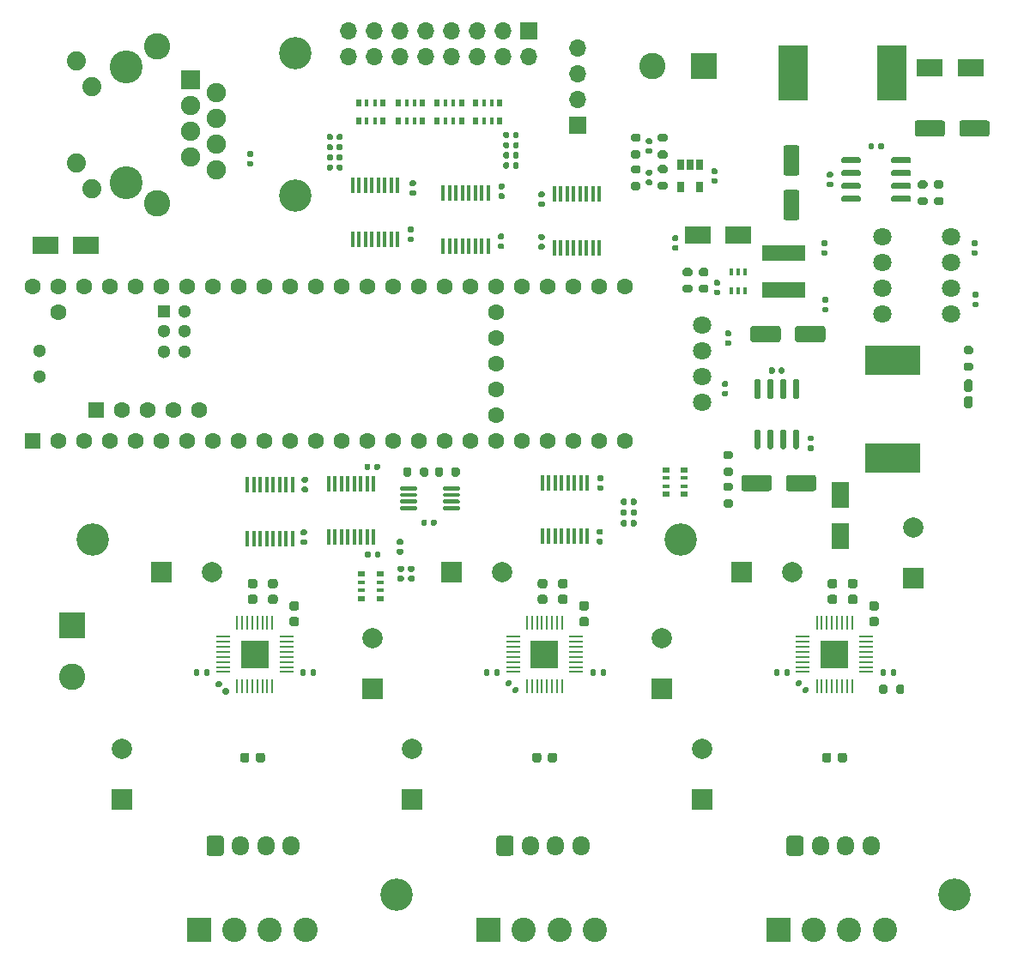
<source format=gts>
G04 #@! TF.GenerationSoftware,KiCad,Pcbnew,5.1.9*
G04 #@! TF.CreationDate,2021-04-11T20:07:04-04:00*
G04 #@! TF.ProjectId,cnc-controller,636e632d-636f-46e7-9472-6f6c6c65722e,rev?*
G04 #@! TF.SameCoordinates,Original*
G04 #@! TF.FileFunction,Soldermask,Top*
G04 #@! TF.FilePolarity,Negative*
%FSLAX46Y46*%
G04 Gerber Fmt 4.6, Leading zero omitted, Abs format (unit mm)*
G04 Created by KiCad (PCBNEW 5.1.9) date 2021-04-11 20:07:04*
%MOMM*%
%LPD*%
G01*
G04 APERTURE LIST*
%ADD10R,0.500000X0.800000*%
%ADD11R,0.400000X0.800000*%
%ADD12C,2.600000*%
%ADD13R,2.600000X2.600000*%
%ADD14R,0.800000X0.500000*%
%ADD15R,0.800000X0.400000*%
%ADD16R,2.800000X2.800000*%
%ADD17R,0.228600X1.473200*%
%ADD18R,1.473200X0.228600*%
%ADD19R,0.650000X1.060000*%
%ADD20R,0.400000X0.650000*%
%ADD21R,0.410000X1.600000*%
%ADD22C,1.300000*%
%ADD23C,1.600000*%
%ADD24R,1.300000X1.300000*%
%ADD25R,1.600000X1.600000*%
%ADD26C,1.800000*%
%ADD27R,4.200000X1.500000*%
%ADD28R,2.900000X5.400000*%
%ADD29R,5.400000X2.900000*%
%ADD30C,2.400000*%
%ADD31R,2.400000X2.400000*%
%ADD32O,1.700000X1.950000*%
%ADD33C,3.250000*%
%ADD34C,1.890000*%
%ADD35C,1.900000*%
%ADD36R,1.900000X1.900000*%
%ADD37O,1.700000X1.700000*%
%ADD38R,1.700000X1.700000*%
%ADD39C,3.200000*%
%ADD40R,2.500000X1.800000*%
%ADD41R,1.800000X2.500000*%
%ADD42C,2.000000*%
%ADD43R,2.000000X2.000000*%
G04 APERTURE END LIST*
D10*
X50575000Y-50850000D03*
D11*
X49775000Y-50850000D03*
D10*
X48175000Y-50850000D03*
D11*
X48975000Y-50850000D03*
D10*
X50575000Y-52650000D03*
D11*
X48975000Y-52650000D03*
X49775000Y-52650000D03*
D10*
X48175000Y-52650000D03*
X54400000Y-50875000D03*
D11*
X53600000Y-50875000D03*
D10*
X52000000Y-50875000D03*
D11*
X52800000Y-50875000D03*
D10*
X54400000Y-52675000D03*
D11*
X52800000Y-52675000D03*
X53600000Y-52675000D03*
D10*
X52000000Y-52675000D03*
D12*
X73220000Y-47200000D03*
D13*
X78300000Y-47200000D03*
D14*
X76350000Y-89500000D03*
D15*
X76350000Y-88700000D03*
D14*
X76350000Y-87100000D03*
D15*
X76350000Y-87900000D03*
D14*
X74550000Y-89500000D03*
D15*
X74550000Y-87900000D03*
X74550000Y-88700000D03*
D14*
X74550000Y-87100000D03*
X44550000Y-97400000D03*
D15*
X44550000Y-98200000D03*
D14*
X44550000Y-99800000D03*
D15*
X44550000Y-99000000D03*
D14*
X46350000Y-97400000D03*
D15*
X46350000Y-99000000D03*
X46350000Y-98200000D03*
D14*
X46350000Y-99800000D03*
D10*
X46675000Y-50875000D03*
D11*
X45875000Y-50875000D03*
D10*
X44275000Y-50875000D03*
D11*
X45075000Y-50875000D03*
D10*
X46675000Y-52675000D03*
D11*
X45075000Y-52675000D03*
X45875000Y-52675000D03*
D10*
X44275000Y-52675000D03*
X58200000Y-50875000D03*
D11*
X57400000Y-50875000D03*
D10*
X55800000Y-50875000D03*
D11*
X56600000Y-50875000D03*
D10*
X58200000Y-52675000D03*
D11*
X56600000Y-52675000D03*
X57400000Y-52675000D03*
D10*
X55800000Y-52675000D03*
D16*
X91200000Y-105300000D03*
D17*
X89450001Y-102175800D03*
X89950000Y-102175800D03*
X90449999Y-102175800D03*
X90950000Y-102175800D03*
X91450000Y-102175800D03*
X91950001Y-102175800D03*
X92450000Y-102175800D03*
X92949999Y-102175800D03*
D18*
X94324200Y-103550001D03*
X94324200Y-104050000D03*
X94324200Y-104549999D03*
X94324200Y-105050000D03*
X94324200Y-105550000D03*
X94324200Y-106050001D03*
X94324200Y-106550000D03*
X94324200Y-107049999D03*
D17*
X92949999Y-108424200D03*
X92450000Y-108424200D03*
X91950001Y-108424200D03*
X91450000Y-108424200D03*
X90950000Y-108424200D03*
X90449999Y-108424200D03*
X89950000Y-108424200D03*
X89450001Y-108424200D03*
D18*
X88075800Y-107049999D03*
X88075800Y-106550000D03*
X88075800Y-106050001D03*
X88075800Y-105550000D03*
X88075800Y-105050000D03*
X88075800Y-104549999D03*
X88075800Y-104050000D03*
X88075800Y-103550001D03*
D16*
X62600000Y-105300000D03*
D17*
X60850001Y-102175800D03*
X61350000Y-102175800D03*
X61849999Y-102175800D03*
X62350000Y-102175800D03*
X62850000Y-102175800D03*
X63350001Y-102175800D03*
X63850000Y-102175800D03*
X64349999Y-102175800D03*
D18*
X65724200Y-103550001D03*
X65724200Y-104050000D03*
X65724200Y-104549999D03*
X65724200Y-105050000D03*
X65724200Y-105550000D03*
X65724200Y-106050001D03*
X65724200Y-106550000D03*
X65724200Y-107049999D03*
D17*
X64349999Y-108424200D03*
X63850000Y-108424200D03*
X63350001Y-108424200D03*
X62850000Y-108424200D03*
X62350000Y-108424200D03*
X61849999Y-108424200D03*
X61350000Y-108424200D03*
X60850001Y-108424200D03*
D18*
X59475800Y-107049999D03*
X59475800Y-106550000D03*
X59475800Y-106050001D03*
X59475800Y-105550000D03*
X59475800Y-105050000D03*
X59475800Y-104549999D03*
X59475800Y-104050000D03*
X59475800Y-103550001D03*
D16*
X34000000Y-105300000D03*
D17*
X32250001Y-102175800D03*
X32750000Y-102175800D03*
X33249999Y-102175800D03*
X33750000Y-102175800D03*
X34250000Y-102175800D03*
X34750001Y-102175800D03*
X35250000Y-102175800D03*
X35749999Y-102175800D03*
D18*
X37124200Y-103550001D03*
X37124200Y-104050000D03*
X37124200Y-104549999D03*
X37124200Y-105050000D03*
X37124200Y-105550000D03*
X37124200Y-106050001D03*
X37124200Y-106550000D03*
X37124200Y-107049999D03*
D17*
X35749999Y-108424200D03*
X35250000Y-108424200D03*
X34750001Y-108424200D03*
X34250000Y-108424200D03*
X33750000Y-108424200D03*
X33249999Y-108424200D03*
X32750000Y-108424200D03*
X32250001Y-108424200D03*
D18*
X30875800Y-107049999D03*
X30875800Y-106550000D03*
X30875800Y-106050001D03*
X30875800Y-105550000D03*
X30875800Y-105050000D03*
X30875800Y-104549999D03*
X30875800Y-104050000D03*
X30875800Y-103550001D03*
D19*
X77900000Y-59150000D03*
X76000000Y-59150000D03*
X76000000Y-56950000D03*
X76950000Y-56950000D03*
X77900000Y-56950000D03*
D20*
X82350000Y-69450000D03*
X81050000Y-69450000D03*
X81700000Y-67550000D03*
X81700000Y-69450000D03*
X81050000Y-67550000D03*
X82350000Y-67550000D03*
D21*
X66822500Y-93654300D03*
X66187500Y-93654300D03*
X65552500Y-93654300D03*
X64917500Y-93654300D03*
X64282500Y-93654300D03*
X63647500Y-93654300D03*
X63012500Y-93654300D03*
X62377500Y-93654300D03*
X62377500Y-88345700D03*
X63012500Y-88345700D03*
X63647500Y-88345700D03*
X64282500Y-88345700D03*
X64917500Y-88345700D03*
X65552500Y-88345700D03*
X66187500Y-88345700D03*
X66822500Y-88345700D03*
X45722500Y-93754300D03*
X45087500Y-93754300D03*
X44452500Y-93754300D03*
X43817500Y-93754300D03*
X43182500Y-93754300D03*
X42547500Y-93754300D03*
X41912500Y-93754300D03*
X41277500Y-93754300D03*
X41277500Y-88445700D03*
X41912500Y-88445700D03*
X42547500Y-88445700D03*
X43182500Y-88445700D03*
X43817500Y-88445700D03*
X44452500Y-88445700D03*
X45087500Y-88445700D03*
X45722500Y-88445700D03*
X37722500Y-93854300D03*
X37087500Y-93854300D03*
X36452500Y-93854300D03*
X35817500Y-93854300D03*
X35182500Y-93854300D03*
X34547500Y-93854300D03*
X33912500Y-93854300D03*
X33277500Y-93854300D03*
X33277500Y-88545700D03*
X33912500Y-88545700D03*
X34547500Y-88545700D03*
X35182500Y-88545700D03*
X35817500Y-88545700D03*
X36452500Y-88545700D03*
X37087500Y-88545700D03*
X37722500Y-88545700D03*
X63577500Y-59845700D03*
X64212500Y-59845700D03*
X64847500Y-59845700D03*
X65482500Y-59845700D03*
X66117500Y-59845700D03*
X66752500Y-59845700D03*
X67387500Y-59845700D03*
X68022500Y-59845700D03*
X68022500Y-65154300D03*
X67387500Y-65154300D03*
X66752500Y-65154300D03*
X66117500Y-65154300D03*
X65482500Y-65154300D03*
X64847500Y-65154300D03*
X64212500Y-65154300D03*
X63577500Y-65154300D03*
X57022500Y-65054300D03*
X56387500Y-65054300D03*
X55752500Y-65054300D03*
X55117500Y-65054300D03*
X54482500Y-65054300D03*
X53847500Y-65054300D03*
X53212500Y-65054300D03*
X52577500Y-65054300D03*
X52577500Y-59745700D03*
X53212500Y-59745700D03*
X53847500Y-59745700D03*
X54482500Y-59745700D03*
X55117500Y-59745700D03*
X55752500Y-59745700D03*
X56387500Y-59745700D03*
X57022500Y-59745700D03*
X48122500Y-64354300D03*
X47487500Y-64354300D03*
X46852500Y-64354300D03*
X46217500Y-64354300D03*
X45582500Y-64354300D03*
X44947500Y-64354300D03*
X44312500Y-64354300D03*
X43677500Y-64354300D03*
X43677500Y-59045700D03*
X44312500Y-59045700D03*
X44947500Y-59045700D03*
X45582500Y-59045700D03*
X46217500Y-59045700D03*
X46852500Y-59045700D03*
X47487500Y-59045700D03*
X48122500Y-59045700D03*
D22*
X12820000Y-75330000D03*
X12820000Y-77870000D03*
D23*
X57810000Y-71520000D03*
X57810000Y-74060000D03*
X57810000Y-76600000D03*
X57810000Y-79140000D03*
X57810000Y-81680000D03*
D22*
X25060000Y-75418400D03*
X27060000Y-75418400D03*
X27060000Y-73418400D03*
X25060000Y-73418400D03*
X27060000Y-71418400D03*
D24*
X25060000Y-71418400D03*
D23*
X52730000Y-84220000D03*
X55270000Y-84220000D03*
X57810000Y-84220000D03*
X60350000Y-84220000D03*
X50190000Y-84220000D03*
X47650000Y-84220000D03*
X45110000Y-84220000D03*
X62890000Y-84220000D03*
X65430000Y-84220000D03*
X67970000Y-84220000D03*
X70510000Y-84220000D03*
X70510000Y-68980000D03*
X67970000Y-68980000D03*
X65430000Y-68980000D03*
X62890000Y-68980000D03*
X60350000Y-68980000D03*
X57810000Y-68980000D03*
X55270000Y-68980000D03*
X52730000Y-68980000D03*
X50190000Y-68980000D03*
X47650000Y-68980000D03*
X42570000Y-84220000D03*
X40030000Y-84220000D03*
X37490000Y-84220000D03*
X34950000Y-84220000D03*
X32410000Y-84220000D03*
X29870000Y-84220000D03*
X27330000Y-84220000D03*
X24790000Y-84220000D03*
X22250000Y-84220000D03*
X19710000Y-84220000D03*
X17170000Y-84220000D03*
X14630000Y-84220000D03*
D25*
X12090000Y-84220000D03*
D23*
X45110000Y-68980000D03*
X42570000Y-68980000D03*
X40030000Y-68980000D03*
X37490000Y-68980000D03*
X34950000Y-68980000D03*
X32410000Y-68980000D03*
X29870000Y-68980000D03*
X27330000Y-68980000D03*
X24790000Y-68980000D03*
X22250000Y-68980000D03*
X19710000Y-68980000D03*
X17170000Y-68980000D03*
X14630000Y-68980000D03*
X12090000Y-68980000D03*
D25*
X18389200Y-81169200D03*
D23*
X20929200Y-81169200D03*
X23469200Y-81169200D03*
X26009200Y-81169200D03*
X28549200Y-81169200D03*
X14630000Y-71520000D03*
G36*
G01*
X50000000Y-90775000D02*
X50000000Y-90975000D01*
G75*
G02*
X49900000Y-91075000I-100000J0D01*
G01*
X48475000Y-91075000D01*
G75*
G02*
X48375000Y-90975000I0J100000D01*
G01*
X48375000Y-90775000D01*
G75*
G02*
X48475000Y-90675000I100000J0D01*
G01*
X49900000Y-90675000D01*
G75*
G02*
X50000000Y-90775000I0J-100000D01*
G01*
G37*
G36*
G01*
X50000000Y-90125000D02*
X50000000Y-90325000D01*
G75*
G02*
X49900000Y-90425000I-100000J0D01*
G01*
X48475000Y-90425000D01*
G75*
G02*
X48375000Y-90325000I0J100000D01*
G01*
X48375000Y-90125000D01*
G75*
G02*
X48475000Y-90025000I100000J0D01*
G01*
X49900000Y-90025000D01*
G75*
G02*
X50000000Y-90125000I0J-100000D01*
G01*
G37*
G36*
G01*
X50000000Y-89475000D02*
X50000000Y-89675000D01*
G75*
G02*
X49900000Y-89775000I-100000J0D01*
G01*
X48475000Y-89775000D01*
G75*
G02*
X48375000Y-89675000I0J100000D01*
G01*
X48375000Y-89475000D01*
G75*
G02*
X48475000Y-89375000I100000J0D01*
G01*
X49900000Y-89375000D01*
G75*
G02*
X50000000Y-89475000I0J-100000D01*
G01*
G37*
G36*
G01*
X50000000Y-88825000D02*
X50000000Y-89025000D01*
G75*
G02*
X49900000Y-89125000I-100000J0D01*
G01*
X48475000Y-89125000D01*
G75*
G02*
X48375000Y-89025000I0J100000D01*
G01*
X48375000Y-88825000D01*
G75*
G02*
X48475000Y-88725000I100000J0D01*
G01*
X49900000Y-88725000D01*
G75*
G02*
X50000000Y-88825000I0J-100000D01*
G01*
G37*
G36*
G01*
X54225000Y-88825000D02*
X54225000Y-89025000D01*
G75*
G02*
X54125000Y-89125000I-100000J0D01*
G01*
X52700000Y-89125000D01*
G75*
G02*
X52600000Y-89025000I0J100000D01*
G01*
X52600000Y-88825000D01*
G75*
G02*
X52700000Y-88725000I100000J0D01*
G01*
X54125000Y-88725000D01*
G75*
G02*
X54225000Y-88825000I0J-100000D01*
G01*
G37*
G36*
G01*
X54225000Y-89475000D02*
X54225000Y-89675000D01*
G75*
G02*
X54125000Y-89775000I-100000J0D01*
G01*
X52700000Y-89775000D01*
G75*
G02*
X52600000Y-89675000I0J100000D01*
G01*
X52600000Y-89475000D01*
G75*
G02*
X52700000Y-89375000I100000J0D01*
G01*
X54125000Y-89375000D01*
G75*
G02*
X54225000Y-89475000I0J-100000D01*
G01*
G37*
G36*
G01*
X54225000Y-90125000D02*
X54225000Y-90325000D01*
G75*
G02*
X54125000Y-90425000I-100000J0D01*
G01*
X52700000Y-90425000D01*
G75*
G02*
X52600000Y-90325000I0J100000D01*
G01*
X52600000Y-90125000D01*
G75*
G02*
X52700000Y-90025000I100000J0D01*
G01*
X54125000Y-90025000D01*
G75*
G02*
X54225000Y-90125000I0J-100000D01*
G01*
G37*
G36*
G01*
X54225000Y-90775000D02*
X54225000Y-90975000D01*
G75*
G02*
X54125000Y-91075000I-100000J0D01*
G01*
X52700000Y-91075000D01*
G75*
G02*
X52600000Y-90975000I0J100000D01*
G01*
X52600000Y-90775000D01*
G75*
G02*
X52700000Y-90675000I100000J0D01*
G01*
X54125000Y-90675000D01*
G75*
G02*
X54225000Y-90775000I0J-100000D01*
G01*
G37*
G36*
G01*
X96800000Y-56695000D02*
X96800000Y-56395000D01*
G75*
G02*
X96950000Y-56245000I150000J0D01*
G01*
X98600000Y-56245000D01*
G75*
G02*
X98750000Y-56395000I0J-150000D01*
G01*
X98750000Y-56695000D01*
G75*
G02*
X98600000Y-56845000I-150000J0D01*
G01*
X96950000Y-56845000D01*
G75*
G02*
X96800000Y-56695000I0J150000D01*
G01*
G37*
G36*
G01*
X96800000Y-57965000D02*
X96800000Y-57665000D01*
G75*
G02*
X96950000Y-57515000I150000J0D01*
G01*
X98600000Y-57515000D01*
G75*
G02*
X98750000Y-57665000I0J-150000D01*
G01*
X98750000Y-57965000D01*
G75*
G02*
X98600000Y-58115000I-150000J0D01*
G01*
X96950000Y-58115000D01*
G75*
G02*
X96800000Y-57965000I0J150000D01*
G01*
G37*
G36*
G01*
X96800000Y-59235000D02*
X96800000Y-58935000D01*
G75*
G02*
X96950000Y-58785000I150000J0D01*
G01*
X98600000Y-58785000D01*
G75*
G02*
X98750000Y-58935000I0J-150000D01*
G01*
X98750000Y-59235000D01*
G75*
G02*
X98600000Y-59385000I-150000J0D01*
G01*
X96950000Y-59385000D01*
G75*
G02*
X96800000Y-59235000I0J150000D01*
G01*
G37*
G36*
G01*
X96800000Y-60505000D02*
X96800000Y-60205000D01*
G75*
G02*
X96950000Y-60055000I150000J0D01*
G01*
X98600000Y-60055000D01*
G75*
G02*
X98750000Y-60205000I0J-150000D01*
G01*
X98750000Y-60505000D01*
G75*
G02*
X98600000Y-60655000I-150000J0D01*
G01*
X96950000Y-60655000D01*
G75*
G02*
X96800000Y-60505000I0J150000D01*
G01*
G37*
G36*
G01*
X91850000Y-60505000D02*
X91850000Y-60205000D01*
G75*
G02*
X92000000Y-60055000I150000J0D01*
G01*
X93650000Y-60055000D01*
G75*
G02*
X93800000Y-60205000I0J-150000D01*
G01*
X93800000Y-60505000D01*
G75*
G02*
X93650000Y-60655000I-150000J0D01*
G01*
X92000000Y-60655000D01*
G75*
G02*
X91850000Y-60505000I0J150000D01*
G01*
G37*
G36*
G01*
X91850000Y-59235000D02*
X91850000Y-58935000D01*
G75*
G02*
X92000000Y-58785000I150000J0D01*
G01*
X93650000Y-58785000D01*
G75*
G02*
X93800000Y-58935000I0J-150000D01*
G01*
X93800000Y-59235000D01*
G75*
G02*
X93650000Y-59385000I-150000J0D01*
G01*
X92000000Y-59385000D01*
G75*
G02*
X91850000Y-59235000I0J150000D01*
G01*
G37*
G36*
G01*
X91850000Y-57965000D02*
X91850000Y-57665000D01*
G75*
G02*
X92000000Y-57515000I150000J0D01*
G01*
X93650000Y-57515000D01*
G75*
G02*
X93800000Y-57665000I0J-150000D01*
G01*
X93800000Y-57965000D01*
G75*
G02*
X93650000Y-58115000I-150000J0D01*
G01*
X92000000Y-58115000D01*
G75*
G02*
X91850000Y-57965000I0J150000D01*
G01*
G37*
G36*
G01*
X91850000Y-56695000D02*
X91850000Y-56395000D01*
G75*
G02*
X92000000Y-56245000I150000J0D01*
G01*
X93650000Y-56245000D01*
G75*
G02*
X93800000Y-56395000I0J-150000D01*
G01*
X93800000Y-56695000D01*
G75*
G02*
X93650000Y-56845000I-150000J0D01*
G01*
X92000000Y-56845000D01*
G75*
G02*
X91850000Y-56695000I0J150000D01*
G01*
G37*
D26*
X78100000Y-72790000D03*
X78100000Y-75330000D03*
X78100000Y-77870000D03*
X78100000Y-80410000D03*
X95900000Y-64090000D03*
X95900000Y-66630000D03*
X95900000Y-69170000D03*
X95900000Y-71710000D03*
X102700000Y-64090000D03*
X102700000Y-66630000D03*
X102700000Y-69170000D03*
X102700000Y-71710000D03*
G36*
G01*
X87255000Y-83100000D02*
X87555000Y-83100000D01*
G75*
G02*
X87705000Y-83250000I0J-150000D01*
G01*
X87705000Y-84900000D01*
G75*
G02*
X87555000Y-85050000I-150000J0D01*
G01*
X87255000Y-85050000D01*
G75*
G02*
X87105000Y-84900000I0J150000D01*
G01*
X87105000Y-83250000D01*
G75*
G02*
X87255000Y-83100000I150000J0D01*
G01*
G37*
G36*
G01*
X85985000Y-83100000D02*
X86285000Y-83100000D01*
G75*
G02*
X86435000Y-83250000I0J-150000D01*
G01*
X86435000Y-84900000D01*
G75*
G02*
X86285000Y-85050000I-150000J0D01*
G01*
X85985000Y-85050000D01*
G75*
G02*
X85835000Y-84900000I0J150000D01*
G01*
X85835000Y-83250000D01*
G75*
G02*
X85985000Y-83100000I150000J0D01*
G01*
G37*
G36*
G01*
X84715000Y-83100000D02*
X85015000Y-83100000D01*
G75*
G02*
X85165000Y-83250000I0J-150000D01*
G01*
X85165000Y-84900000D01*
G75*
G02*
X85015000Y-85050000I-150000J0D01*
G01*
X84715000Y-85050000D01*
G75*
G02*
X84565000Y-84900000I0J150000D01*
G01*
X84565000Y-83250000D01*
G75*
G02*
X84715000Y-83100000I150000J0D01*
G01*
G37*
G36*
G01*
X83445000Y-83100000D02*
X83745000Y-83100000D01*
G75*
G02*
X83895000Y-83250000I0J-150000D01*
G01*
X83895000Y-84900000D01*
G75*
G02*
X83745000Y-85050000I-150000J0D01*
G01*
X83445000Y-85050000D01*
G75*
G02*
X83295000Y-84900000I0J150000D01*
G01*
X83295000Y-83250000D01*
G75*
G02*
X83445000Y-83100000I150000J0D01*
G01*
G37*
G36*
G01*
X83445000Y-78150000D02*
X83745000Y-78150000D01*
G75*
G02*
X83895000Y-78300000I0J-150000D01*
G01*
X83895000Y-79950000D01*
G75*
G02*
X83745000Y-80100000I-150000J0D01*
G01*
X83445000Y-80100000D01*
G75*
G02*
X83295000Y-79950000I0J150000D01*
G01*
X83295000Y-78300000D01*
G75*
G02*
X83445000Y-78150000I150000J0D01*
G01*
G37*
G36*
G01*
X84715000Y-78150000D02*
X85015000Y-78150000D01*
G75*
G02*
X85165000Y-78300000I0J-150000D01*
G01*
X85165000Y-79950000D01*
G75*
G02*
X85015000Y-80100000I-150000J0D01*
G01*
X84715000Y-80100000D01*
G75*
G02*
X84565000Y-79950000I0J150000D01*
G01*
X84565000Y-78300000D01*
G75*
G02*
X84715000Y-78150000I150000J0D01*
G01*
G37*
G36*
G01*
X85985000Y-78150000D02*
X86285000Y-78150000D01*
G75*
G02*
X86435000Y-78300000I0J-150000D01*
G01*
X86435000Y-79950000D01*
G75*
G02*
X86285000Y-80100000I-150000J0D01*
G01*
X85985000Y-80100000D01*
G75*
G02*
X85835000Y-79950000I0J150000D01*
G01*
X85835000Y-78300000D01*
G75*
G02*
X85985000Y-78150000I150000J0D01*
G01*
G37*
G36*
G01*
X87255000Y-78150000D02*
X87555000Y-78150000D01*
G75*
G02*
X87705000Y-78300000I0J-150000D01*
G01*
X87705000Y-79950000D01*
G75*
G02*
X87555000Y-80100000I-150000J0D01*
G01*
X87255000Y-80100000D01*
G75*
G02*
X87105000Y-79950000I0J150000D01*
G01*
X87105000Y-78300000D01*
G75*
G02*
X87255000Y-78150000I150000J0D01*
G01*
G37*
G36*
G01*
X96740000Y-107285000D02*
X96740000Y-106915000D01*
G75*
G02*
X96875000Y-106780000I135000J0D01*
G01*
X97145000Y-106780000D01*
G75*
G02*
X97280000Y-106915000I0J-135000D01*
G01*
X97280000Y-107285000D01*
G75*
G02*
X97145000Y-107420000I-135000J0D01*
G01*
X96875000Y-107420000D01*
G75*
G02*
X96740000Y-107285000I0J135000D01*
G01*
G37*
G36*
G01*
X95720000Y-107285000D02*
X95720000Y-106915000D01*
G75*
G02*
X95855000Y-106780000I135000J0D01*
G01*
X96125000Y-106780000D01*
G75*
G02*
X96260000Y-106915000I0J-135000D01*
G01*
X96260000Y-107285000D01*
G75*
G02*
X96125000Y-107420000I-135000J0D01*
G01*
X95855000Y-107420000D01*
G75*
G02*
X95720000Y-107285000I0J135000D01*
G01*
G37*
G36*
G01*
X85760000Y-106915000D02*
X85760000Y-107285000D01*
G75*
G02*
X85625000Y-107420000I-135000J0D01*
G01*
X85355000Y-107420000D01*
G75*
G02*
X85220000Y-107285000I0J135000D01*
G01*
X85220000Y-106915000D01*
G75*
G02*
X85355000Y-106780000I135000J0D01*
G01*
X85625000Y-106780000D01*
G75*
G02*
X85760000Y-106915000I0J-135000D01*
G01*
G37*
G36*
G01*
X86780000Y-106915000D02*
X86780000Y-107285000D01*
G75*
G02*
X86645000Y-107420000I-135000J0D01*
G01*
X86375000Y-107420000D01*
G75*
G02*
X86240000Y-107285000I0J135000D01*
G01*
X86240000Y-106915000D01*
G75*
G02*
X86375000Y-106780000I135000J0D01*
G01*
X86645000Y-106780000D01*
G75*
G02*
X86780000Y-106915000I0J-135000D01*
G01*
G37*
G36*
G01*
X68140000Y-107285000D02*
X68140000Y-106915000D01*
G75*
G02*
X68275000Y-106780000I135000J0D01*
G01*
X68545000Y-106780000D01*
G75*
G02*
X68680000Y-106915000I0J-135000D01*
G01*
X68680000Y-107285000D01*
G75*
G02*
X68545000Y-107420000I-135000J0D01*
G01*
X68275000Y-107420000D01*
G75*
G02*
X68140000Y-107285000I0J135000D01*
G01*
G37*
G36*
G01*
X67120000Y-107285000D02*
X67120000Y-106915000D01*
G75*
G02*
X67255000Y-106780000I135000J0D01*
G01*
X67525000Y-106780000D01*
G75*
G02*
X67660000Y-106915000I0J-135000D01*
G01*
X67660000Y-107285000D01*
G75*
G02*
X67525000Y-107420000I-135000J0D01*
G01*
X67255000Y-107420000D01*
G75*
G02*
X67120000Y-107285000I0J135000D01*
G01*
G37*
G36*
G01*
X57160000Y-106915000D02*
X57160000Y-107285000D01*
G75*
G02*
X57025000Y-107420000I-135000J0D01*
G01*
X56755000Y-107420000D01*
G75*
G02*
X56620000Y-107285000I0J135000D01*
G01*
X56620000Y-106915000D01*
G75*
G02*
X56755000Y-106780000I135000J0D01*
G01*
X57025000Y-106780000D01*
G75*
G02*
X57160000Y-106915000I0J-135000D01*
G01*
G37*
G36*
G01*
X58180000Y-106915000D02*
X58180000Y-107285000D01*
G75*
G02*
X58045000Y-107420000I-135000J0D01*
G01*
X57775000Y-107420000D01*
G75*
G02*
X57640000Y-107285000I0J135000D01*
G01*
X57640000Y-106915000D01*
G75*
G02*
X57775000Y-106780000I135000J0D01*
G01*
X58045000Y-106780000D01*
G75*
G02*
X58180000Y-106915000I0J-135000D01*
G01*
G37*
G36*
G01*
X39540000Y-107285000D02*
X39540000Y-106915000D01*
G75*
G02*
X39675000Y-106780000I135000J0D01*
G01*
X39945000Y-106780000D01*
G75*
G02*
X40080000Y-106915000I0J-135000D01*
G01*
X40080000Y-107285000D01*
G75*
G02*
X39945000Y-107420000I-135000J0D01*
G01*
X39675000Y-107420000D01*
G75*
G02*
X39540000Y-107285000I0J135000D01*
G01*
G37*
G36*
G01*
X38520000Y-107285000D02*
X38520000Y-106915000D01*
G75*
G02*
X38655000Y-106780000I135000J0D01*
G01*
X38925000Y-106780000D01*
G75*
G02*
X39060000Y-106915000I0J-135000D01*
G01*
X39060000Y-107285000D01*
G75*
G02*
X38925000Y-107420000I-135000J0D01*
G01*
X38655000Y-107420000D01*
G75*
G02*
X38520000Y-107285000I0J135000D01*
G01*
G37*
G36*
G01*
X28560000Y-106915000D02*
X28560000Y-107285000D01*
G75*
G02*
X28425000Y-107420000I-135000J0D01*
G01*
X28155000Y-107420000D01*
G75*
G02*
X28020000Y-107285000I0J135000D01*
G01*
X28020000Y-106915000D01*
G75*
G02*
X28155000Y-106780000I135000J0D01*
G01*
X28425000Y-106780000D01*
G75*
G02*
X28560000Y-106915000I0J-135000D01*
G01*
G37*
G36*
G01*
X29580000Y-106915000D02*
X29580000Y-107285000D01*
G75*
G02*
X29445000Y-107420000I-135000J0D01*
G01*
X29175000Y-107420000D01*
G75*
G02*
X29040000Y-107285000I0J135000D01*
G01*
X29040000Y-106915000D01*
G75*
G02*
X29175000Y-106780000I135000J0D01*
G01*
X29445000Y-106780000D01*
G75*
G02*
X29580000Y-106915000I0J-135000D01*
G01*
G37*
G36*
G01*
X96425000Y-108475000D02*
X96425000Y-109025000D01*
G75*
G02*
X96225000Y-109225000I-200000J0D01*
G01*
X95825000Y-109225000D01*
G75*
G02*
X95625000Y-109025000I0J200000D01*
G01*
X95625000Y-108475000D01*
G75*
G02*
X95825000Y-108275000I200000J0D01*
G01*
X96225000Y-108275000D01*
G75*
G02*
X96425000Y-108475000I0J-200000D01*
G01*
G37*
G36*
G01*
X98075000Y-108475000D02*
X98075000Y-109025000D01*
G75*
G02*
X97875000Y-109225000I-200000J0D01*
G01*
X97475000Y-109225000D01*
G75*
G02*
X97275000Y-109025000I0J200000D01*
G01*
X97275000Y-108475000D01*
G75*
G02*
X97475000Y-108275000I200000J0D01*
G01*
X97875000Y-108275000D01*
G75*
G02*
X98075000Y-108475000I0J-200000D01*
G01*
G37*
G36*
G01*
X104125000Y-76525000D02*
X104675000Y-76525000D01*
G75*
G02*
X104875000Y-76725000I0J-200000D01*
G01*
X104875000Y-77125000D01*
G75*
G02*
X104675000Y-77325000I-200000J0D01*
G01*
X104125000Y-77325000D01*
G75*
G02*
X103925000Y-77125000I0J200000D01*
G01*
X103925000Y-76725000D01*
G75*
G02*
X104125000Y-76525000I200000J0D01*
G01*
G37*
G36*
G01*
X104125000Y-74875000D02*
X104675000Y-74875000D01*
G75*
G02*
X104875000Y-75075000I0J-200000D01*
G01*
X104875000Y-75475000D01*
G75*
G02*
X104675000Y-75675000I-200000J0D01*
G01*
X104125000Y-75675000D01*
G75*
G02*
X103925000Y-75475000I0J200000D01*
G01*
X103925000Y-75075000D01*
G75*
G02*
X104125000Y-74875000I200000J0D01*
G01*
G37*
G36*
G01*
X74525000Y-57800000D02*
X73975000Y-57800000D01*
G75*
G02*
X73775000Y-57600000I0J200000D01*
G01*
X73775000Y-57200000D01*
G75*
G02*
X73975000Y-57000000I200000J0D01*
G01*
X74525000Y-57000000D01*
G75*
G02*
X74725000Y-57200000I0J-200000D01*
G01*
X74725000Y-57600000D01*
G75*
G02*
X74525000Y-57800000I-200000J0D01*
G01*
G37*
G36*
G01*
X74525000Y-59450000D02*
X73975000Y-59450000D01*
G75*
G02*
X73775000Y-59250000I0J200000D01*
G01*
X73775000Y-58850000D01*
G75*
G02*
X73975000Y-58650000I200000J0D01*
G01*
X74525000Y-58650000D01*
G75*
G02*
X74725000Y-58850000I0J-200000D01*
G01*
X74725000Y-59250000D01*
G75*
G02*
X74525000Y-59450000I-200000J0D01*
G01*
G37*
G36*
G01*
X78025000Y-68825000D02*
X78575000Y-68825000D01*
G75*
G02*
X78775000Y-69025000I0J-200000D01*
G01*
X78775000Y-69425000D01*
G75*
G02*
X78575000Y-69625000I-200000J0D01*
G01*
X78025000Y-69625000D01*
G75*
G02*
X77825000Y-69425000I0J200000D01*
G01*
X77825000Y-69025000D01*
G75*
G02*
X78025000Y-68825000I200000J0D01*
G01*
G37*
G36*
G01*
X78025000Y-67175000D02*
X78575000Y-67175000D01*
G75*
G02*
X78775000Y-67375000I0J-200000D01*
G01*
X78775000Y-67775000D01*
G75*
G02*
X78575000Y-67975000I-200000J0D01*
G01*
X78025000Y-67975000D01*
G75*
G02*
X77825000Y-67775000I0J200000D01*
G01*
X77825000Y-67375000D01*
G75*
G02*
X78025000Y-67175000I200000J0D01*
G01*
G37*
G36*
G01*
X76425000Y-68825000D02*
X76975000Y-68825000D01*
G75*
G02*
X77175000Y-69025000I0J-200000D01*
G01*
X77175000Y-69425000D01*
G75*
G02*
X76975000Y-69625000I-200000J0D01*
G01*
X76425000Y-69625000D01*
G75*
G02*
X76225000Y-69425000I0J200000D01*
G01*
X76225000Y-69025000D01*
G75*
G02*
X76425000Y-68825000I200000J0D01*
G01*
G37*
G36*
G01*
X76425000Y-67175000D02*
X76975000Y-67175000D01*
G75*
G02*
X77175000Y-67375000I0J-200000D01*
G01*
X77175000Y-67775000D01*
G75*
G02*
X76975000Y-67975000I-200000J0D01*
G01*
X76425000Y-67975000D01*
G75*
G02*
X76225000Y-67775000I0J200000D01*
G01*
X76225000Y-67375000D01*
G75*
G02*
X76425000Y-67175000I200000J0D01*
G01*
G37*
G36*
G01*
X71325000Y-58675000D02*
X71875000Y-58675000D01*
G75*
G02*
X72075000Y-58875000I0J-200000D01*
G01*
X72075000Y-59275000D01*
G75*
G02*
X71875000Y-59475000I-200000J0D01*
G01*
X71325000Y-59475000D01*
G75*
G02*
X71125000Y-59275000I0J200000D01*
G01*
X71125000Y-58875000D01*
G75*
G02*
X71325000Y-58675000I200000J0D01*
G01*
G37*
G36*
G01*
X71325000Y-57025000D02*
X71875000Y-57025000D01*
G75*
G02*
X72075000Y-57225000I0J-200000D01*
G01*
X72075000Y-57625000D01*
G75*
G02*
X71875000Y-57825000I-200000J0D01*
G01*
X71325000Y-57825000D01*
G75*
G02*
X71125000Y-57625000I0J200000D01*
G01*
X71125000Y-57225000D01*
G75*
G02*
X71325000Y-57025000I200000J0D01*
G01*
G37*
G36*
G01*
X74525000Y-54725000D02*
X73975000Y-54725000D01*
G75*
G02*
X73775000Y-54525000I0J200000D01*
G01*
X73775000Y-54125000D01*
G75*
G02*
X73975000Y-53925000I200000J0D01*
G01*
X74525000Y-53925000D01*
G75*
G02*
X74725000Y-54125000I0J-200000D01*
G01*
X74725000Y-54525000D01*
G75*
G02*
X74525000Y-54725000I-200000J0D01*
G01*
G37*
G36*
G01*
X74525000Y-56375000D02*
X73975000Y-56375000D01*
G75*
G02*
X73775000Y-56175000I0J200000D01*
G01*
X73775000Y-55775000D01*
G75*
G02*
X73975000Y-55575000I200000J0D01*
G01*
X74525000Y-55575000D01*
G75*
G02*
X74725000Y-55775000I0J-200000D01*
G01*
X74725000Y-56175000D01*
G75*
G02*
X74525000Y-56375000I-200000J0D01*
G01*
G37*
G36*
G01*
X71325000Y-55575000D02*
X71875000Y-55575000D01*
G75*
G02*
X72075000Y-55775000I0J-200000D01*
G01*
X72075000Y-56175000D01*
G75*
G02*
X71875000Y-56375000I-200000J0D01*
G01*
X71325000Y-56375000D01*
G75*
G02*
X71125000Y-56175000I0J200000D01*
G01*
X71125000Y-55775000D01*
G75*
G02*
X71325000Y-55575000I200000J0D01*
G01*
G37*
G36*
G01*
X71325000Y-53925000D02*
X71875000Y-53925000D01*
G75*
G02*
X72075000Y-54125000I0J-200000D01*
G01*
X72075000Y-54525000D01*
G75*
G02*
X71875000Y-54725000I-200000J0D01*
G01*
X71325000Y-54725000D01*
G75*
G02*
X71125000Y-54525000I0J200000D01*
G01*
X71125000Y-54125000D01*
G75*
G02*
X71325000Y-53925000I200000J0D01*
G01*
G37*
G36*
G01*
X53425000Y-87575000D02*
X53425000Y-87025000D01*
G75*
G02*
X53625000Y-86825000I200000J0D01*
G01*
X54025000Y-86825000D01*
G75*
G02*
X54225000Y-87025000I0J-200000D01*
G01*
X54225000Y-87575000D01*
G75*
G02*
X54025000Y-87775000I-200000J0D01*
G01*
X53625000Y-87775000D01*
G75*
G02*
X53425000Y-87575000I0J200000D01*
G01*
G37*
G36*
G01*
X51775000Y-87575000D02*
X51775000Y-87025000D01*
G75*
G02*
X51975000Y-86825000I200000J0D01*
G01*
X52375000Y-86825000D01*
G75*
G02*
X52575000Y-87025000I0J-200000D01*
G01*
X52575000Y-87575000D01*
G75*
G02*
X52375000Y-87775000I-200000J0D01*
G01*
X51975000Y-87775000D01*
G75*
G02*
X51775000Y-87575000I0J200000D01*
G01*
G37*
G36*
G01*
X49475000Y-87025000D02*
X49475000Y-87575000D01*
G75*
G02*
X49275000Y-87775000I-200000J0D01*
G01*
X48875000Y-87775000D01*
G75*
G02*
X48675000Y-87575000I0J200000D01*
G01*
X48675000Y-87025000D01*
G75*
G02*
X48875000Y-86825000I200000J0D01*
G01*
X49275000Y-86825000D01*
G75*
G02*
X49475000Y-87025000I0J-200000D01*
G01*
G37*
G36*
G01*
X51125000Y-87025000D02*
X51125000Y-87575000D01*
G75*
G02*
X50925000Y-87775000I-200000J0D01*
G01*
X50525000Y-87775000D01*
G75*
G02*
X50325000Y-87575000I0J200000D01*
G01*
X50325000Y-87025000D01*
G75*
G02*
X50525000Y-86825000I200000J0D01*
G01*
X50925000Y-86825000D01*
G75*
G02*
X51125000Y-87025000I0J-200000D01*
G01*
G37*
G36*
G01*
X100175000Y-59325000D02*
X99625000Y-59325000D01*
G75*
G02*
X99425000Y-59125000I0J200000D01*
G01*
X99425000Y-58725000D01*
G75*
G02*
X99625000Y-58525000I200000J0D01*
G01*
X100175000Y-58525000D01*
G75*
G02*
X100375000Y-58725000I0J-200000D01*
G01*
X100375000Y-59125000D01*
G75*
G02*
X100175000Y-59325000I-200000J0D01*
G01*
G37*
G36*
G01*
X100175000Y-60975000D02*
X99625000Y-60975000D01*
G75*
G02*
X99425000Y-60775000I0J200000D01*
G01*
X99425000Y-60375000D01*
G75*
G02*
X99625000Y-60175000I200000J0D01*
G01*
X100175000Y-60175000D01*
G75*
G02*
X100375000Y-60375000I0J-200000D01*
G01*
X100375000Y-60775000D01*
G75*
G02*
X100175000Y-60975000I-200000J0D01*
G01*
G37*
G36*
G01*
X101225000Y-60175000D02*
X101775000Y-60175000D01*
G75*
G02*
X101975000Y-60375000I0J-200000D01*
G01*
X101975000Y-60775000D01*
G75*
G02*
X101775000Y-60975000I-200000J0D01*
G01*
X101225000Y-60975000D01*
G75*
G02*
X101025000Y-60775000I0J200000D01*
G01*
X101025000Y-60375000D01*
G75*
G02*
X101225000Y-60175000I200000J0D01*
G01*
G37*
G36*
G01*
X101225000Y-58525000D02*
X101775000Y-58525000D01*
G75*
G02*
X101975000Y-58725000I0J-200000D01*
G01*
X101975000Y-59125000D01*
G75*
G02*
X101775000Y-59325000I-200000J0D01*
G01*
X101225000Y-59325000D01*
G75*
G02*
X101025000Y-59125000I0J200000D01*
G01*
X101025000Y-58725000D01*
G75*
G02*
X101225000Y-58525000I200000J0D01*
G01*
G37*
G36*
G01*
X80425000Y-90025000D02*
X80975000Y-90025000D01*
G75*
G02*
X81175000Y-90225000I0J-200000D01*
G01*
X81175000Y-90625000D01*
G75*
G02*
X80975000Y-90825000I-200000J0D01*
G01*
X80425000Y-90825000D01*
G75*
G02*
X80225000Y-90625000I0J200000D01*
G01*
X80225000Y-90225000D01*
G75*
G02*
X80425000Y-90025000I200000J0D01*
G01*
G37*
G36*
G01*
X80425000Y-88375000D02*
X80975000Y-88375000D01*
G75*
G02*
X81175000Y-88575000I0J-200000D01*
G01*
X81175000Y-88975000D01*
G75*
G02*
X80975000Y-89175000I-200000J0D01*
G01*
X80425000Y-89175000D01*
G75*
G02*
X80225000Y-88975000I0J200000D01*
G01*
X80225000Y-88575000D01*
G75*
G02*
X80425000Y-88375000I200000J0D01*
G01*
G37*
G36*
G01*
X80425000Y-86875000D02*
X80975000Y-86875000D01*
G75*
G02*
X81175000Y-87075000I0J-200000D01*
G01*
X81175000Y-87475000D01*
G75*
G02*
X80975000Y-87675000I-200000J0D01*
G01*
X80425000Y-87675000D01*
G75*
G02*
X80225000Y-87475000I0J200000D01*
G01*
X80225000Y-87075000D01*
G75*
G02*
X80425000Y-86875000I200000J0D01*
G01*
G37*
G36*
G01*
X80425000Y-85225000D02*
X80975000Y-85225000D01*
G75*
G02*
X81175000Y-85425000I0J-200000D01*
G01*
X81175000Y-85825000D01*
G75*
G02*
X80975000Y-86025000I-200000J0D01*
G01*
X80425000Y-86025000D01*
G75*
G02*
X80225000Y-85825000I0J200000D01*
G01*
X80225000Y-85425000D01*
G75*
G02*
X80425000Y-85225000I200000J0D01*
G01*
G37*
D27*
X86200000Y-65700000D03*
X86200000Y-69300000D03*
D28*
X96850000Y-47900000D03*
X87150000Y-47900000D03*
D29*
X96900000Y-85950000D03*
X96900000Y-76250000D03*
D30*
X96150000Y-132500000D03*
X92650000Y-132500000D03*
X89150000Y-132500000D03*
D31*
X85650000Y-132500000D03*
D32*
X94800000Y-124200000D03*
X92300000Y-124200000D03*
X89800000Y-124200000D03*
G36*
G01*
X86450000Y-124925000D02*
X86450000Y-123475000D01*
G75*
G02*
X86700000Y-123225000I250000J0D01*
G01*
X87900000Y-123225000D01*
G75*
G02*
X88150000Y-123475000I0J-250000D01*
G01*
X88150000Y-124925000D01*
G75*
G02*
X87900000Y-125175000I-250000J0D01*
G01*
X86700000Y-125175000D01*
G75*
G02*
X86450000Y-124925000I0J250000D01*
G01*
G37*
D30*
X67550000Y-132500000D03*
X64050000Y-132500000D03*
X60550000Y-132500000D03*
D31*
X57050000Y-132500000D03*
D32*
X66200000Y-124200000D03*
X63700000Y-124200000D03*
X61200000Y-124200000D03*
G36*
G01*
X57850000Y-124925000D02*
X57850000Y-123475000D01*
G75*
G02*
X58100000Y-123225000I250000J0D01*
G01*
X59300000Y-123225000D01*
G75*
G02*
X59550000Y-123475000I0J-250000D01*
G01*
X59550000Y-124925000D01*
G75*
G02*
X59300000Y-125175000I-250000J0D01*
G01*
X58100000Y-125175000D01*
G75*
G02*
X57850000Y-124925000I0J250000D01*
G01*
G37*
D30*
X39000000Y-132500000D03*
X35500000Y-132500000D03*
X32000000Y-132500000D03*
D31*
X28500000Y-132500000D03*
D32*
X37600000Y-124200000D03*
X35100000Y-124200000D03*
X32600000Y-124200000D03*
G36*
G01*
X29250000Y-124925000D02*
X29250000Y-123475000D01*
G75*
G02*
X29500000Y-123225000I250000J0D01*
G01*
X30700000Y-123225000D01*
G75*
G02*
X30950000Y-123475000I0J-250000D01*
G01*
X30950000Y-124925000D01*
G75*
G02*
X30700000Y-125175000I-250000J0D01*
G01*
X29500000Y-125175000D01*
G75*
G02*
X29250000Y-124925000I0J250000D01*
G01*
G37*
D33*
X21360000Y-58760000D03*
X21360000Y-47330000D03*
D12*
X24410000Y-60820000D03*
X24410000Y-45270000D03*
D34*
X16460000Y-46720000D03*
X17980000Y-49260000D03*
X16460000Y-56830000D03*
X17980000Y-59370000D03*
D35*
X30240000Y-57490000D03*
X27700000Y-56220000D03*
X30240000Y-54950000D03*
X27700000Y-53680000D03*
X30240000Y-52410000D03*
X27700000Y-51140000D03*
X30240000Y-49870000D03*
D36*
X27700000Y-48600000D03*
D37*
X65850000Y-45480000D03*
X65850000Y-48020000D03*
X65850000Y-50560000D03*
D38*
X65850000Y-53100000D03*
D12*
X16000000Y-107480000D03*
D13*
X16000000Y-102400000D03*
D37*
X43220000Y-46340000D03*
X43220000Y-43800000D03*
X45760000Y-46340000D03*
X45760000Y-43800000D03*
X48300000Y-46340000D03*
X48300000Y-43800000D03*
X50840000Y-46340000D03*
X50840000Y-43800000D03*
X53380000Y-46340000D03*
X53380000Y-43800000D03*
X55920000Y-46340000D03*
X55920000Y-43800000D03*
X58460000Y-46340000D03*
X58460000Y-43800000D03*
X61000000Y-46340000D03*
D38*
X61000000Y-43800000D03*
D39*
X38000000Y-60000000D03*
X18000000Y-94000000D03*
X38000000Y-46000000D03*
X76000000Y-94000000D03*
X103000000Y-129000000D03*
X48000000Y-129000000D03*
G36*
G01*
X104612500Y-79400000D02*
X104187500Y-79400000D01*
G75*
G02*
X103975000Y-79187500I0J212500D01*
G01*
X103975000Y-78387500D01*
G75*
G02*
X104187500Y-78175000I212500J0D01*
G01*
X104612500Y-78175000D01*
G75*
G02*
X104825000Y-78387500I0J-212500D01*
G01*
X104825000Y-79187500D01*
G75*
G02*
X104612500Y-79400000I-212500J0D01*
G01*
G37*
G36*
G01*
X104612500Y-81025000D02*
X104187500Y-81025000D01*
G75*
G02*
X103975000Y-80812500I0J212500D01*
G01*
X103975000Y-80012500D01*
G75*
G02*
X104187500Y-79800000I212500J0D01*
G01*
X104612500Y-79800000D01*
G75*
G02*
X104825000Y-80012500I0J-212500D01*
G01*
X104825000Y-80812500D01*
G75*
G02*
X104612500Y-81025000I-212500J0D01*
G01*
G37*
D40*
X81700000Y-63900000D03*
X77700000Y-63900000D03*
G36*
G01*
X70710000Y-92177500D02*
X70710000Y-92522500D01*
G75*
G02*
X70562500Y-92670000I-147500J0D01*
G01*
X70267500Y-92670000D01*
G75*
G02*
X70120000Y-92522500I0J147500D01*
G01*
X70120000Y-92177500D01*
G75*
G02*
X70267500Y-92030000I147500J0D01*
G01*
X70562500Y-92030000D01*
G75*
G02*
X70710000Y-92177500I0J-147500D01*
G01*
G37*
G36*
G01*
X71680000Y-92177500D02*
X71680000Y-92522500D01*
G75*
G02*
X71532500Y-92670000I-147500J0D01*
G01*
X71237500Y-92670000D01*
G75*
G02*
X71090000Y-92522500I0J147500D01*
G01*
X71090000Y-92177500D01*
G75*
G02*
X71237500Y-92030000I147500J0D01*
G01*
X71532500Y-92030000D01*
G75*
G02*
X71680000Y-92177500I0J-147500D01*
G01*
G37*
G36*
G01*
X70710000Y-91127500D02*
X70710000Y-91472500D01*
G75*
G02*
X70562500Y-91620000I-147500J0D01*
G01*
X70267500Y-91620000D01*
G75*
G02*
X70120000Y-91472500I0J147500D01*
G01*
X70120000Y-91127500D01*
G75*
G02*
X70267500Y-90980000I147500J0D01*
G01*
X70562500Y-90980000D01*
G75*
G02*
X70710000Y-91127500I0J-147500D01*
G01*
G37*
G36*
G01*
X71680000Y-91127500D02*
X71680000Y-91472500D01*
G75*
G02*
X71532500Y-91620000I-147500J0D01*
G01*
X71237500Y-91620000D01*
G75*
G02*
X71090000Y-91472500I0J147500D01*
G01*
X71090000Y-91127500D01*
G75*
G02*
X71237500Y-90980000I147500J0D01*
G01*
X71532500Y-90980000D01*
G75*
G02*
X71680000Y-91127500I0J-147500D01*
G01*
G37*
G36*
G01*
X70710000Y-90077500D02*
X70710000Y-90422500D01*
G75*
G02*
X70562500Y-90570000I-147500J0D01*
G01*
X70267500Y-90570000D01*
G75*
G02*
X70120000Y-90422500I0J147500D01*
G01*
X70120000Y-90077500D01*
G75*
G02*
X70267500Y-89930000I147500J0D01*
G01*
X70562500Y-89930000D01*
G75*
G02*
X70710000Y-90077500I0J-147500D01*
G01*
G37*
G36*
G01*
X71680000Y-90077500D02*
X71680000Y-90422500D01*
G75*
G02*
X71532500Y-90570000I-147500J0D01*
G01*
X71237500Y-90570000D01*
G75*
G02*
X71090000Y-90422500I0J147500D01*
G01*
X71090000Y-90077500D01*
G75*
G02*
X71237500Y-89930000I147500J0D01*
G01*
X71532500Y-89930000D01*
G75*
G02*
X71680000Y-90077500I0J-147500D01*
G01*
G37*
G36*
G01*
X48522500Y-94510000D02*
X48177500Y-94510000D01*
G75*
G02*
X48030000Y-94362500I0J147500D01*
G01*
X48030000Y-94067500D01*
G75*
G02*
X48177500Y-93920000I147500J0D01*
G01*
X48522500Y-93920000D01*
G75*
G02*
X48670000Y-94067500I0J-147500D01*
G01*
X48670000Y-94362500D01*
G75*
G02*
X48522500Y-94510000I-147500J0D01*
G01*
G37*
G36*
G01*
X48522500Y-95480000D02*
X48177500Y-95480000D01*
G75*
G02*
X48030000Y-95332500I0J147500D01*
G01*
X48030000Y-95037500D01*
G75*
G02*
X48177500Y-94890000I147500J0D01*
G01*
X48522500Y-94890000D01*
G75*
G02*
X48670000Y-95037500I0J-147500D01*
G01*
X48670000Y-95332500D01*
G75*
G02*
X48522500Y-95480000I-147500J0D01*
G01*
G37*
G36*
G01*
X48572500Y-97160000D02*
X48227500Y-97160000D01*
G75*
G02*
X48080000Y-97012500I0J147500D01*
G01*
X48080000Y-96717500D01*
G75*
G02*
X48227500Y-96570000I147500J0D01*
G01*
X48572500Y-96570000D01*
G75*
G02*
X48720000Y-96717500I0J-147500D01*
G01*
X48720000Y-97012500D01*
G75*
G02*
X48572500Y-97160000I-147500J0D01*
G01*
G37*
G36*
G01*
X48572500Y-98130000D02*
X48227500Y-98130000D01*
G75*
G02*
X48080000Y-97982500I0J147500D01*
G01*
X48080000Y-97687500D01*
G75*
G02*
X48227500Y-97540000I147500J0D01*
G01*
X48572500Y-97540000D01*
G75*
G02*
X48720000Y-97687500I0J-147500D01*
G01*
X48720000Y-97982500D01*
G75*
G02*
X48572500Y-98130000I-147500J0D01*
G01*
G37*
G36*
G01*
X49622500Y-97160000D02*
X49277500Y-97160000D01*
G75*
G02*
X49130000Y-97012500I0J147500D01*
G01*
X49130000Y-96717500D01*
G75*
G02*
X49277500Y-96570000I147500J0D01*
G01*
X49622500Y-96570000D01*
G75*
G02*
X49770000Y-96717500I0J-147500D01*
G01*
X49770000Y-97012500D01*
G75*
G02*
X49622500Y-97160000I-147500J0D01*
G01*
G37*
G36*
G01*
X49622500Y-98130000D02*
X49277500Y-98130000D01*
G75*
G02*
X49130000Y-97982500I0J147500D01*
G01*
X49130000Y-97687500D01*
G75*
G02*
X49277500Y-97540000I147500J0D01*
G01*
X49622500Y-97540000D01*
G75*
G02*
X49770000Y-97687500I0J-147500D01*
G01*
X49770000Y-97982500D01*
G75*
G02*
X49622500Y-98130000I-147500J0D01*
G01*
G37*
X17350000Y-64950000D03*
X13350000Y-64950000D03*
X104600000Y-47400000D03*
X100600000Y-47400000D03*
D41*
X91800000Y-93600000D03*
X91800000Y-89600000D03*
G36*
G01*
X87978787Y-108238371D02*
X87738371Y-108478787D01*
G75*
G02*
X87540381Y-108478787I-98995J98995D01*
G01*
X87342391Y-108280797D01*
G75*
G02*
X87342391Y-108082807I98995J98995D01*
G01*
X87582807Y-107842391D01*
G75*
G02*
X87780797Y-107842391I98995J-98995D01*
G01*
X87978787Y-108040381D01*
G75*
G02*
X87978787Y-108238371I-98995J-98995D01*
G01*
G37*
G36*
G01*
X88657609Y-108917193D02*
X88417193Y-109157609D01*
G75*
G02*
X88219203Y-109157609I-98995J98995D01*
G01*
X88021213Y-108959619D01*
G75*
G02*
X88021213Y-108761629I98995J98995D01*
G01*
X88261629Y-108521213D01*
G75*
G02*
X88459619Y-108521213I98995J-98995D01*
G01*
X88657609Y-108719203D01*
G75*
G02*
X88657609Y-108917193I-98995J-98995D01*
G01*
G37*
G36*
G01*
X93250000Y-98775000D02*
X92750000Y-98775000D01*
G75*
G02*
X92525000Y-98550000I0J225000D01*
G01*
X92525000Y-98100000D01*
G75*
G02*
X92750000Y-97875000I225000J0D01*
G01*
X93250000Y-97875000D01*
G75*
G02*
X93475000Y-98100000I0J-225000D01*
G01*
X93475000Y-98550000D01*
G75*
G02*
X93250000Y-98775000I-225000J0D01*
G01*
G37*
G36*
G01*
X93250000Y-100325000D02*
X92750000Y-100325000D01*
G75*
G02*
X92525000Y-100100000I0J225000D01*
G01*
X92525000Y-99650000D01*
G75*
G02*
X92750000Y-99425000I225000J0D01*
G01*
X93250000Y-99425000D01*
G75*
G02*
X93475000Y-99650000I0J-225000D01*
G01*
X93475000Y-100100000D01*
G75*
G02*
X93250000Y-100325000I-225000J0D01*
G01*
G37*
G36*
G01*
X90875000Y-115250000D02*
X90875000Y-115750000D01*
G75*
G02*
X90650000Y-115975000I-225000J0D01*
G01*
X90200000Y-115975000D01*
G75*
G02*
X89975000Y-115750000I0J225000D01*
G01*
X89975000Y-115250000D01*
G75*
G02*
X90200000Y-115025000I225000J0D01*
G01*
X90650000Y-115025000D01*
G75*
G02*
X90875000Y-115250000I0J-225000D01*
G01*
G37*
G36*
G01*
X92425000Y-115250000D02*
X92425000Y-115750000D01*
G75*
G02*
X92200000Y-115975000I-225000J0D01*
G01*
X91750000Y-115975000D01*
G75*
G02*
X91525000Y-115750000I0J225000D01*
G01*
X91525000Y-115250000D01*
G75*
G02*
X91750000Y-115025000I225000J0D01*
G01*
X92200000Y-115025000D01*
G75*
G02*
X92425000Y-115250000I0J-225000D01*
G01*
G37*
G36*
G01*
X94850000Y-101625000D02*
X95350000Y-101625000D01*
G75*
G02*
X95575000Y-101850000I0J-225000D01*
G01*
X95575000Y-102300000D01*
G75*
G02*
X95350000Y-102525000I-225000J0D01*
G01*
X94850000Y-102525000D01*
G75*
G02*
X94625000Y-102300000I0J225000D01*
G01*
X94625000Y-101850000D01*
G75*
G02*
X94850000Y-101625000I225000J0D01*
G01*
G37*
G36*
G01*
X94850000Y-100075000D02*
X95350000Y-100075000D01*
G75*
G02*
X95575000Y-100300000I0J-225000D01*
G01*
X95575000Y-100750000D01*
G75*
G02*
X95350000Y-100975000I-225000J0D01*
G01*
X94850000Y-100975000D01*
G75*
G02*
X94625000Y-100750000I0J225000D01*
G01*
X94625000Y-100300000D01*
G75*
G02*
X94850000Y-100075000I225000J0D01*
G01*
G37*
D42*
X99000000Y-92800000D03*
D43*
X99000000Y-97800000D03*
D42*
X87000000Y-97200000D03*
D43*
X82000000Y-97200000D03*
G36*
G01*
X91250000Y-98775000D02*
X90750000Y-98775000D01*
G75*
G02*
X90525000Y-98550000I0J225000D01*
G01*
X90525000Y-98100000D01*
G75*
G02*
X90750000Y-97875000I225000J0D01*
G01*
X91250000Y-97875000D01*
G75*
G02*
X91475000Y-98100000I0J-225000D01*
G01*
X91475000Y-98550000D01*
G75*
G02*
X91250000Y-98775000I-225000J0D01*
G01*
G37*
G36*
G01*
X91250000Y-100325000D02*
X90750000Y-100325000D01*
G75*
G02*
X90525000Y-100100000I0J225000D01*
G01*
X90525000Y-99650000D01*
G75*
G02*
X90750000Y-99425000I225000J0D01*
G01*
X91250000Y-99425000D01*
G75*
G02*
X91475000Y-99650000I0J-225000D01*
G01*
X91475000Y-100100000D01*
G75*
G02*
X91250000Y-100325000I-225000J0D01*
G01*
G37*
D42*
X78100000Y-114600000D03*
D43*
X78100000Y-119600000D03*
G36*
G01*
X59378787Y-108238371D02*
X59138371Y-108478787D01*
G75*
G02*
X58940381Y-108478787I-98995J98995D01*
G01*
X58742391Y-108280797D01*
G75*
G02*
X58742391Y-108082807I98995J98995D01*
G01*
X58982807Y-107842391D01*
G75*
G02*
X59180797Y-107842391I98995J-98995D01*
G01*
X59378787Y-108040381D01*
G75*
G02*
X59378787Y-108238371I-98995J-98995D01*
G01*
G37*
G36*
G01*
X60057609Y-108917193D02*
X59817193Y-109157609D01*
G75*
G02*
X59619203Y-109157609I-98995J98995D01*
G01*
X59421213Y-108959619D01*
G75*
G02*
X59421213Y-108761629I98995J98995D01*
G01*
X59661629Y-108521213D01*
G75*
G02*
X59859619Y-108521213I98995J-98995D01*
G01*
X60057609Y-108719203D01*
G75*
G02*
X60057609Y-108917193I-98995J-98995D01*
G01*
G37*
G36*
G01*
X64650000Y-98775000D02*
X64150000Y-98775000D01*
G75*
G02*
X63925000Y-98550000I0J225000D01*
G01*
X63925000Y-98100000D01*
G75*
G02*
X64150000Y-97875000I225000J0D01*
G01*
X64650000Y-97875000D01*
G75*
G02*
X64875000Y-98100000I0J-225000D01*
G01*
X64875000Y-98550000D01*
G75*
G02*
X64650000Y-98775000I-225000J0D01*
G01*
G37*
G36*
G01*
X64650000Y-100325000D02*
X64150000Y-100325000D01*
G75*
G02*
X63925000Y-100100000I0J225000D01*
G01*
X63925000Y-99650000D01*
G75*
G02*
X64150000Y-99425000I225000J0D01*
G01*
X64650000Y-99425000D01*
G75*
G02*
X64875000Y-99650000I0J-225000D01*
G01*
X64875000Y-100100000D01*
G75*
G02*
X64650000Y-100325000I-225000J0D01*
G01*
G37*
G36*
G01*
X62275000Y-115250000D02*
X62275000Y-115750000D01*
G75*
G02*
X62050000Y-115975000I-225000J0D01*
G01*
X61600000Y-115975000D01*
G75*
G02*
X61375000Y-115750000I0J225000D01*
G01*
X61375000Y-115250000D01*
G75*
G02*
X61600000Y-115025000I225000J0D01*
G01*
X62050000Y-115025000D01*
G75*
G02*
X62275000Y-115250000I0J-225000D01*
G01*
G37*
G36*
G01*
X63825000Y-115250000D02*
X63825000Y-115750000D01*
G75*
G02*
X63600000Y-115975000I-225000J0D01*
G01*
X63150000Y-115975000D01*
G75*
G02*
X62925000Y-115750000I0J225000D01*
G01*
X62925000Y-115250000D01*
G75*
G02*
X63150000Y-115025000I225000J0D01*
G01*
X63600000Y-115025000D01*
G75*
G02*
X63825000Y-115250000I0J-225000D01*
G01*
G37*
G36*
G01*
X66250000Y-101625000D02*
X66750000Y-101625000D01*
G75*
G02*
X66975000Y-101850000I0J-225000D01*
G01*
X66975000Y-102300000D01*
G75*
G02*
X66750000Y-102525000I-225000J0D01*
G01*
X66250000Y-102525000D01*
G75*
G02*
X66025000Y-102300000I0J225000D01*
G01*
X66025000Y-101850000D01*
G75*
G02*
X66250000Y-101625000I225000J0D01*
G01*
G37*
G36*
G01*
X66250000Y-100075000D02*
X66750000Y-100075000D01*
G75*
G02*
X66975000Y-100300000I0J-225000D01*
G01*
X66975000Y-100750000D01*
G75*
G02*
X66750000Y-100975000I-225000J0D01*
G01*
X66250000Y-100975000D01*
G75*
G02*
X66025000Y-100750000I0J225000D01*
G01*
X66025000Y-100300000D01*
G75*
G02*
X66250000Y-100075000I225000J0D01*
G01*
G37*
D42*
X74200000Y-103700000D03*
D43*
X74200000Y-108700000D03*
D42*
X58400000Y-97200000D03*
D43*
X53400000Y-97200000D03*
G36*
G01*
X62650000Y-98775000D02*
X62150000Y-98775000D01*
G75*
G02*
X61925000Y-98550000I0J225000D01*
G01*
X61925000Y-98100000D01*
G75*
G02*
X62150000Y-97875000I225000J0D01*
G01*
X62650000Y-97875000D01*
G75*
G02*
X62875000Y-98100000I0J-225000D01*
G01*
X62875000Y-98550000D01*
G75*
G02*
X62650000Y-98775000I-225000J0D01*
G01*
G37*
G36*
G01*
X62650000Y-100325000D02*
X62150000Y-100325000D01*
G75*
G02*
X61925000Y-100100000I0J225000D01*
G01*
X61925000Y-99650000D01*
G75*
G02*
X62150000Y-99425000I225000J0D01*
G01*
X62650000Y-99425000D01*
G75*
G02*
X62875000Y-99650000I0J-225000D01*
G01*
X62875000Y-100100000D01*
G75*
G02*
X62650000Y-100325000I-225000J0D01*
G01*
G37*
D42*
X49500000Y-114600000D03*
D43*
X49500000Y-119600000D03*
G36*
G01*
X30778787Y-108338371D02*
X30538371Y-108578787D01*
G75*
G02*
X30340381Y-108578787I-98995J98995D01*
G01*
X30142391Y-108380797D01*
G75*
G02*
X30142391Y-108182807I98995J98995D01*
G01*
X30382807Y-107942391D01*
G75*
G02*
X30580797Y-107942391I98995J-98995D01*
G01*
X30778787Y-108140381D01*
G75*
G02*
X30778787Y-108338371I-98995J-98995D01*
G01*
G37*
G36*
G01*
X31457609Y-109017193D02*
X31217193Y-109257609D01*
G75*
G02*
X31019203Y-109257609I-98995J98995D01*
G01*
X30821213Y-109059619D01*
G75*
G02*
X30821213Y-108861629I98995J98995D01*
G01*
X31061629Y-108621213D01*
G75*
G02*
X31259619Y-108621213I98995J-98995D01*
G01*
X31457609Y-108819203D01*
G75*
G02*
X31457609Y-109017193I-98995J-98995D01*
G01*
G37*
G36*
G01*
X36050000Y-98775000D02*
X35550000Y-98775000D01*
G75*
G02*
X35325000Y-98550000I0J225000D01*
G01*
X35325000Y-98100000D01*
G75*
G02*
X35550000Y-97875000I225000J0D01*
G01*
X36050000Y-97875000D01*
G75*
G02*
X36275000Y-98100000I0J-225000D01*
G01*
X36275000Y-98550000D01*
G75*
G02*
X36050000Y-98775000I-225000J0D01*
G01*
G37*
G36*
G01*
X36050000Y-100325000D02*
X35550000Y-100325000D01*
G75*
G02*
X35325000Y-100100000I0J225000D01*
G01*
X35325000Y-99650000D01*
G75*
G02*
X35550000Y-99425000I225000J0D01*
G01*
X36050000Y-99425000D01*
G75*
G02*
X36275000Y-99650000I0J-225000D01*
G01*
X36275000Y-100100000D01*
G75*
G02*
X36050000Y-100325000I-225000J0D01*
G01*
G37*
G36*
G01*
X33475000Y-115250000D02*
X33475000Y-115750000D01*
G75*
G02*
X33250000Y-115975000I-225000J0D01*
G01*
X32800000Y-115975000D01*
G75*
G02*
X32575000Y-115750000I0J225000D01*
G01*
X32575000Y-115250000D01*
G75*
G02*
X32800000Y-115025000I225000J0D01*
G01*
X33250000Y-115025000D01*
G75*
G02*
X33475000Y-115250000I0J-225000D01*
G01*
G37*
G36*
G01*
X35025000Y-115250000D02*
X35025000Y-115750000D01*
G75*
G02*
X34800000Y-115975000I-225000J0D01*
G01*
X34350000Y-115975000D01*
G75*
G02*
X34125000Y-115750000I0J225000D01*
G01*
X34125000Y-115250000D01*
G75*
G02*
X34350000Y-115025000I225000J0D01*
G01*
X34800000Y-115025000D01*
G75*
G02*
X35025000Y-115250000I0J-225000D01*
G01*
G37*
G36*
G01*
X37650000Y-101625000D02*
X38150000Y-101625000D01*
G75*
G02*
X38375000Y-101850000I0J-225000D01*
G01*
X38375000Y-102300000D01*
G75*
G02*
X38150000Y-102525000I-225000J0D01*
G01*
X37650000Y-102525000D01*
G75*
G02*
X37425000Y-102300000I0J225000D01*
G01*
X37425000Y-101850000D01*
G75*
G02*
X37650000Y-101625000I225000J0D01*
G01*
G37*
G36*
G01*
X37650000Y-100075000D02*
X38150000Y-100075000D01*
G75*
G02*
X38375000Y-100300000I0J-225000D01*
G01*
X38375000Y-100750000D01*
G75*
G02*
X38150000Y-100975000I-225000J0D01*
G01*
X37650000Y-100975000D01*
G75*
G02*
X37425000Y-100750000I0J225000D01*
G01*
X37425000Y-100300000D01*
G75*
G02*
X37650000Y-100075000I225000J0D01*
G01*
G37*
D42*
X45600000Y-103700000D03*
D43*
X45600000Y-108700000D03*
D42*
X29800000Y-97200000D03*
D43*
X24800000Y-97200000D03*
G36*
G01*
X34050000Y-98775000D02*
X33550000Y-98775000D01*
G75*
G02*
X33325000Y-98550000I0J225000D01*
G01*
X33325000Y-98100000D01*
G75*
G02*
X33550000Y-97875000I225000J0D01*
G01*
X34050000Y-97875000D01*
G75*
G02*
X34275000Y-98100000I0J-225000D01*
G01*
X34275000Y-98550000D01*
G75*
G02*
X34050000Y-98775000I-225000J0D01*
G01*
G37*
G36*
G01*
X34050000Y-100325000D02*
X33550000Y-100325000D01*
G75*
G02*
X33325000Y-100100000I0J225000D01*
G01*
X33325000Y-99650000D01*
G75*
G02*
X33550000Y-99425000I225000J0D01*
G01*
X34050000Y-99425000D01*
G75*
G02*
X34275000Y-99650000I0J-225000D01*
G01*
X34275000Y-100100000D01*
G75*
G02*
X34050000Y-100325000I-225000J0D01*
G01*
G37*
D42*
X20900000Y-114600000D03*
D43*
X20900000Y-119600000D03*
G36*
G01*
X75330000Y-64900000D02*
X75670000Y-64900000D01*
G75*
G02*
X75810000Y-65040000I0J-140000D01*
G01*
X75810000Y-65320000D01*
G75*
G02*
X75670000Y-65460000I-140000J0D01*
G01*
X75330000Y-65460000D01*
G75*
G02*
X75190000Y-65320000I0J140000D01*
G01*
X75190000Y-65040000D01*
G75*
G02*
X75330000Y-64900000I140000J0D01*
G01*
G37*
G36*
G01*
X75330000Y-63940000D02*
X75670000Y-63940000D01*
G75*
G02*
X75810000Y-64080000I0J-140000D01*
G01*
X75810000Y-64360000D01*
G75*
G02*
X75670000Y-64500000I-140000J0D01*
G01*
X75330000Y-64500000D01*
G75*
G02*
X75190000Y-64360000I0J140000D01*
G01*
X75190000Y-64080000D01*
G75*
G02*
X75330000Y-63940000I140000J0D01*
G01*
G37*
G36*
G01*
X73070000Y-58050000D02*
X72730000Y-58050000D01*
G75*
G02*
X72590000Y-57910000I0J140000D01*
G01*
X72590000Y-57630000D01*
G75*
G02*
X72730000Y-57490000I140000J0D01*
G01*
X73070000Y-57490000D01*
G75*
G02*
X73210000Y-57630000I0J-140000D01*
G01*
X73210000Y-57910000D01*
G75*
G02*
X73070000Y-58050000I-140000J0D01*
G01*
G37*
G36*
G01*
X73070000Y-59010000D02*
X72730000Y-59010000D01*
G75*
G02*
X72590000Y-58870000I0J140000D01*
G01*
X72590000Y-58590000D01*
G75*
G02*
X72730000Y-58450000I140000J0D01*
G01*
X73070000Y-58450000D01*
G75*
G02*
X73210000Y-58590000I0J-140000D01*
G01*
X73210000Y-58870000D01*
G75*
G02*
X73070000Y-59010000I-140000J0D01*
G01*
G37*
G36*
G01*
X79520000Y-57900000D02*
X79180000Y-57900000D01*
G75*
G02*
X79040000Y-57760000I0J140000D01*
G01*
X79040000Y-57480000D01*
G75*
G02*
X79180000Y-57340000I140000J0D01*
G01*
X79520000Y-57340000D01*
G75*
G02*
X79660000Y-57480000I0J-140000D01*
G01*
X79660000Y-57760000D01*
G75*
G02*
X79520000Y-57900000I-140000J0D01*
G01*
G37*
G36*
G01*
X79520000Y-58860000D02*
X79180000Y-58860000D01*
G75*
G02*
X79040000Y-58720000I0J140000D01*
G01*
X79040000Y-58440000D01*
G75*
G02*
X79180000Y-58300000I140000J0D01*
G01*
X79520000Y-58300000D01*
G75*
G02*
X79660000Y-58440000I0J-140000D01*
G01*
X79660000Y-58720000D01*
G75*
G02*
X79520000Y-58860000I-140000J0D01*
G01*
G37*
G36*
G01*
X73070000Y-54950000D02*
X72730000Y-54950000D01*
G75*
G02*
X72590000Y-54810000I0J140000D01*
G01*
X72590000Y-54530000D01*
G75*
G02*
X72730000Y-54390000I140000J0D01*
G01*
X73070000Y-54390000D01*
G75*
G02*
X73210000Y-54530000I0J-140000D01*
G01*
X73210000Y-54810000D01*
G75*
G02*
X73070000Y-54950000I-140000J0D01*
G01*
G37*
G36*
G01*
X73070000Y-55910000D02*
X72730000Y-55910000D01*
G75*
G02*
X72590000Y-55770000I0J140000D01*
G01*
X72590000Y-55490000D01*
G75*
G02*
X72730000Y-55350000I140000J0D01*
G01*
X73070000Y-55350000D01*
G75*
G02*
X73210000Y-55490000I0J-140000D01*
G01*
X73210000Y-55770000D01*
G75*
G02*
X73070000Y-55910000I-140000J0D01*
G01*
G37*
G36*
G01*
X79770000Y-68900000D02*
X79430000Y-68900000D01*
G75*
G02*
X79290000Y-68760000I0J140000D01*
G01*
X79290000Y-68480000D01*
G75*
G02*
X79430000Y-68340000I140000J0D01*
G01*
X79770000Y-68340000D01*
G75*
G02*
X79910000Y-68480000I0J-140000D01*
G01*
X79910000Y-68760000D01*
G75*
G02*
X79770000Y-68900000I-140000J0D01*
G01*
G37*
G36*
G01*
X79770000Y-69860000D02*
X79430000Y-69860000D01*
G75*
G02*
X79290000Y-69720000I0J140000D01*
G01*
X79290000Y-69440000D01*
G75*
G02*
X79430000Y-69300000I140000J0D01*
G01*
X79770000Y-69300000D01*
G75*
G02*
X79910000Y-69440000I0J-140000D01*
G01*
X79910000Y-69720000D01*
G75*
G02*
X79770000Y-69860000I-140000J0D01*
G01*
G37*
G36*
G01*
X68220000Y-93500000D02*
X67880000Y-93500000D01*
G75*
G02*
X67740000Y-93360000I0J140000D01*
G01*
X67740000Y-93080000D01*
G75*
G02*
X67880000Y-92940000I140000J0D01*
G01*
X68220000Y-92940000D01*
G75*
G02*
X68360000Y-93080000I0J-140000D01*
G01*
X68360000Y-93360000D01*
G75*
G02*
X68220000Y-93500000I-140000J0D01*
G01*
G37*
G36*
G01*
X68220000Y-94460000D02*
X67880000Y-94460000D01*
G75*
G02*
X67740000Y-94320000I0J140000D01*
G01*
X67740000Y-94040000D01*
G75*
G02*
X67880000Y-93900000I140000J0D01*
G01*
X68220000Y-93900000D01*
G75*
G02*
X68360000Y-94040000I0J-140000D01*
G01*
X68360000Y-94320000D01*
G75*
G02*
X68220000Y-94460000I-140000J0D01*
G01*
G37*
G36*
G01*
X45450000Y-95280000D02*
X45450000Y-95620000D01*
G75*
G02*
X45310000Y-95760000I-140000J0D01*
G01*
X45030000Y-95760000D01*
G75*
G02*
X44890000Y-95620000I0J140000D01*
G01*
X44890000Y-95280000D01*
G75*
G02*
X45030000Y-95140000I140000J0D01*
G01*
X45310000Y-95140000D01*
G75*
G02*
X45450000Y-95280000I0J-140000D01*
G01*
G37*
G36*
G01*
X46410000Y-95280000D02*
X46410000Y-95620000D01*
G75*
G02*
X46270000Y-95760000I-140000J0D01*
G01*
X45990000Y-95760000D01*
G75*
G02*
X45850000Y-95620000I0J140000D01*
G01*
X45850000Y-95280000D01*
G75*
G02*
X45990000Y-95140000I140000J0D01*
G01*
X46270000Y-95140000D01*
G75*
G02*
X46410000Y-95280000I0J-140000D01*
G01*
G37*
G36*
G01*
X39020000Y-93550000D02*
X38680000Y-93550000D01*
G75*
G02*
X38540000Y-93410000I0J140000D01*
G01*
X38540000Y-93130000D01*
G75*
G02*
X38680000Y-92990000I140000J0D01*
G01*
X39020000Y-92990000D01*
G75*
G02*
X39160000Y-93130000I0J-140000D01*
G01*
X39160000Y-93410000D01*
G75*
G02*
X39020000Y-93550000I-140000J0D01*
G01*
G37*
G36*
G01*
X39020000Y-94510000D02*
X38680000Y-94510000D01*
G75*
G02*
X38540000Y-94370000I0J140000D01*
G01*
X38540000Y-94090000D01*
G75*
G02*
X38680000Y-93950000I140000J0D01*
G01*
X39020000Y-93950000D01*
G75*
G02*
X39160000Y-94090000I0J-140000D01*
G01*
X39160000Y-94370000D01*
G75*
G02*
X39020000Y-94510000I-140000J0D01*
G01*
G37*
G36*
G01*
X62130000Y-60600000D02*
X62470000Y-60600000D01*
G75*
G02*
X62610000Y-60740000I0J-140000D01*
G01*
X62610000Y-61020000D01*
G75*
G02*
X62470000Y-61160000I-140000J0D01*
G01*
X62130000Y-61160000D01*
G75*
G02*
X61990000Y-61020000I0J140000D01*
G01*
X61990000Y-60740000D01*
G75*
G02*
X62130000Y-60600000I140000J0D01*
G01*
G37*
G36*
G01*
X62130000Y-59640000D02*
X62470000Y-59640000D01*
G75*
G02*
X62610000Y-59780000I0J-140000D01*
G01*
X62610000Y-60060000D01*
G75*
G02*
X62470000Y-60200000I-140000J0D01*
G01*
X62130000Y-60200000D01*
G75*
G02*
X61990000Y-60060000I0J140000D01*
G01*
X61990000Y-59780000D01*
G75*
G02*
X62130000Y-59640000I140000J0D01*
G01*
G37*
G36*
G01*
X45400000Y-86630000D02*
X45400000Y-86970000D01*
G75*
G02*
X45260000Y-87110000I-140000J0D01*
G01*
X44980000Y-87110000D01*
G75*
G02*
X44840000Y-86970000I0J140000D01*
G01*
X44840000Y-86630000D01*
G75*
G02*
X44980000Y-86490000I140000J0D01*
G01*
X45260000Y-86490000D01*
G75*
G02*
X45400000Y-86630000I0J-140000D01*
G01*
G37*
G36*
G01*
X46360000Y-86630000D02*
X46360000Y-86970000D01*
G75*
G02*
X46220000Y-87110000I-140000J0D01*
G01*
X45940000Y-87110000D01*
G75*
G02*
X45800000Y-86970000I0J140000D01*
G01*
X45800000Y-86630000D01*
G75*
G02*
X45940000Y-86490000I140000J0D01*
G01*
X46220000Y-86490000D01*
G75*
G02*
X46360000Y-86630000I0J-140000D01*
G01*
G37*
G36*
G01*
X38780000Y-88750000D02*
X39120000Y-88750000D01*
G75*
G02*
X39260000Y-88890000I0J-140000D01*
G01*
X39260000Y-89170000D01*
G75*
G02*
X39120000Y-89310000I-140000J0D01*
G01*
X38780000Y-89310000D01*
G75*
G02*
X38640000Y-89170000I0J140000D01*
G01*
X38640000Y-88890000D01*
G75*
G02*
X38780000Y-88750000I140000J0D01*
G01*
G37*
G36*
G01*
X38780000Y-87790000D02*
X39120000Y-87790000D01*
G75*
G02*
X39260000Y-87930000I0J-140000D01*
G01*
X39260000Y-88210000D01*
G75*
G02*
X39120000Y-88350000I-140000J0D01*
G01*
X38780000Y-88350000D01*
G75*
G02*
X38640000Y-88210000I0J140000D01*
G01*
X38640000Y-87930000D01*
G75*
G02*
X38780000Y-87790000I140000J0D01*
G01*
G37*
G36*
G01*
X62470000Y-64400000D02*
X62130000Y-64400000D01*
G75*
G02*
X61990000Y-64260000I0J140000D01*
G01*
X61990000Y-63980000D01*
G75*
G02*
X62130000Y-63840000I140000J0D01*
G01*
X62470000Y-63840000D01*
G75*
G02*
X62610000Y-63980000I0J-140000D01*
G01*
X62610000Y-64260000D01*
G75*
G02*
X62470000Y-64400000I-140000J0D01*
G01*
G37*
G36*
G01*
X62470000Y-65360000D02*
X62130000Y-65360000D01*
G75*
G02*
X61990000Y-65220000I0J140000D01*
G01*
X61990000Y-64940000D01*
G75*
G02*
X62130000Y-64800000I140000J0D01*
G01*
X62470000Y-64800000D01*
G75*
G02*
X62610000Y-64940000I0J-140000D01*
G01*
X62610000Y-65220000D01*
G75*
G02*
X62470000Y-65360000I-140000J0D01*
G01*
G37*
G36*
G01*
X67930000Y-88600000D02*
X68270000Y-88600000D01*
G75*
G02*
X68410000Y-88740000I0J-140000D01*
G01*
X68410000Y-89020000D01*
G75*
G02*
X68270000Y-89160000I-140000J0D01*
G01*
X67930000Y-89160000D01*
G75*
G02*
X67790000Y-89020000I0J140000D01*
G01*
X67790000Y-88740000D01*
G75*
G02*
X67930000Y-88600000I140000J0D01*
G01*
G37*
G36*
G01*
X67930000Y-87640000D02*
X68270000Y-87640000D01*
G75*
G02*
X68410000Y-87780000I0J-140000D01*
G01*
X68410000Y-88060000D01*
G75*
G02*
X68270000Y-88200000I-140000J0D01*
G01*
X67930000Y-88200000D01*
G75*
G02*
X67790000Y-88060000I0J140000D01*
G01*
X67790000Y-87780000D01*
G75*
G02*
X67930000Y-87640000I140000J0D01*
G01*
G37*
G36*
G01*
X33380000Y-56600000D02*
X33720000Y-56600000D01*
G75*
G02*
X33860000Y-56740000I0J-140000D01*
G01*
X33860000Y-57020000D01*
G75*
G02*
X33720000Y-57160000I-140000J0D01*
G01*
X33380000Y-57160000D01*
G75*
G02*
X33240000Y-57020000I0J140000D01*
G01*
X33240000Y-56740000D01*
G75*
G02*
X33380000Y-56600000I140000J0D01*
G01*
G37*
G36*
G01*
X33380000Y-55640000D02*
X33720000Y-55640000D01*
G75*
G02*
X33860000Y-55780000I0J-140000D01*
G01*
X33860000Y-56060000D01*
G75*
G02*
X33720000Y-56200000I-140000J0D01*
G01*
X33380000Y-56200000D01*
G75*
G02*
X33240000Y-56060000I0J140000D01*
G01*
X33240000Y-55780000D01*
G75*
G02*
X33380000Y-55640000I140000J0D01*
G01*
G37*
G36*
G01*
X58470000Y-64350000D02*
X58130000Y-64350000D01*
G75*
G02*
X57990000Y-64210000I0J140000D01*
G01*
X57990000Y-63930000D01*
G75*
G02*
X58130000Y-63790000I140000J0D01*
G01*
X58470000Y-63790000D01*
G75*
G02*
X58610000Y-63930000I0J-140000D01*
G01*
X58610000Y-64210000D01*
G75*
G02*
X58470000Y-64350000I-140000J0D01*
G01*
G37*
G36*
G01*
X58470000Y-65310000D02*
X58130000Y-65310000D01*
G75*
G02*
X57990000Y-65170000I0J140000D01*
G01*
X57990000Y-64890000D01*
G75*
G02*
X58130000Y-64750000I140000J0D01*
G01*
X58470000Y-64750000D01*
G75*
G02*
X58610000Y-64890000I0J-140000D01*
G01*
X58610000Y-65170000D01*
G75*
G02*
X58470000Y-65310000I-140000J0D01*
G01*
G37*
G36*
G01*
X49570000Y-63650000D02*
X49230000Y-63650000D01*
G75*
G02*
X49090000Y-63510000I0J140000D01*
G01*
X49090000Y-63230000D01*
G75*
G02*
X49230000Y-63090000I140000J0D01*
G01*
X49570000Y-63090000D01*
G75*
G02*
X49710000Y-63230000I0J-140000D01*
G01*
X49710000Y-63510000D01*
G75*
G02*
X49570000Y-63650000I-140000J0D01*
G01*
G37*
G36*
G01*
X49570000Y-64610000D02*
X49230000Y-64610000D01*
G75*
G02*
X49090000Y-64470000I0J140000D01*
G01*
X49090000Y-64190000D01*
G75*
G02*
X49230000Y-64050000I140000J0D01*
G01*
X49570000Y-64050000D01*
G75*
G02*
X49710000Y-64190000I0J-140000D01*
G01*
X49710000Y-64470000D01*
G75*
G02*
X49570000Y-64610000I-140000J0D01*
G01*
G37*
G36*
G01*
X58180000Y-59800000D02*
X58520000Y-59800000D01*
G75*
G02*
X58660000Y-59940000I0J-140000D01*
G01*
X58660000Y-60220000D01*
G75*
G02*
X58520000Y-60360000I-140000J0D01*
G01*
X58180000Y-60360000D01*
G75*
G02*
X58040000Y-60220000I0J140000D01*
G01*
X58040000Y-59940000D01*
G75*
G02*
X58180000Y-59800000I140000J0D01*
G01*
G37*
G36*
G01*
X58180000Y-58840000D02*
X58520000Y-58840000D01*
G75*
G02*
X58660000Y-58980000I0J-140000D01*
G01*
X58660000Y-59260000D01*
G75*
G02*
X58520000Y-59400000I-140000J0D01*
G01*
X58180000Y-59400000D01*
G75*
G02*
X58040000Y-59260000I0J140000D01*
G01*
X58040000Y-58980000D01*
G75*
G02*
X58180000Y-58840000I140000J0D01*
G01*
G37*
G36*
G01*
X49430000Y-59500000D02*
X49770000Y-59500000D01*
G75*
G02*
X49910000Y-59640000I0J-140000D01*
G01*
X49910000Y-59920000D01*
G75*
G02*
X49770000Y-60060000I-140000J0D01*
G01*
X49430000Y-60060000D01*
G75*
G02*
X49290000Y-59920000I0J140000D01*
G01*
X49290000Y-59640000D01*
G75*
G02*
X49430000Y-59500000I140000J0D01*
G01*
G37*
G36*
G01*
X49430000Y-58540000D02*
X49770000Y-58540000D01*
G75*
G02*
X49910000Y-58680000I0J-140000D01*
G01*
X49910000Y-58960000D01*
G75*
G02*
X49770000Y-59100000I-140000J0D01*
G01*
X49430000Y-59100000D01*
G75*
G02*
X49290000Y-58960000I0J140000D01*
G01*
X49290000Y-58680000D01*
G75*
G02*
X49430000Y-58540000I140000J0D01*
G01*
G37*
G36*
G01*
X51400000Y-92470000D02*
X51400000Y-92130000D01*
G75*
G02*
X51540000Y-91990000I140000J0D01*
G01*
X51820000Y-91990000D01*
G75*
G02*
X51960000Y-92130000I0J-140000D01*
G01*
X51960000Y-92470000D01*
G75*
G02*
X51820000Y-92610000I-140000J0D01*
G01*
X51540000Y-92610000D01*
G75*
G02*
X51400000Y-92470000I0J140000D01*
G01*
G37*
G36*
G01*
X50440000Y-92470000D02*
X50440000Y-92130000D01*
G75*
G02*
X50580000Y-91990000I140000J0D01*
G01*
X50860000Y-91990000D01*
G75*
G02*
X51000000Y-92130000I0J-140000D01*
G01*
X51000000Y-92470000D01*
G75*
G02*
X50860000Y-92610000I-140000J0D01*
G01*
X50580000Y-92610000D01*
G75*
G02*
X50440000Y-92470000I0J140000D01*
G01*
G37*
G36*
G01*
X41700000Y-57080000D02*
X41700000Y-57420000D01*
G75*
G02*
X41560000Y-57560000I-140000J0D01*
G01*
X41280000Y-57560000D01*
G75*
G02*
X41140000Y-57420000I0J140000D01*
G01*
X41140000Y-57080000D01*
G75*
G02*
X41280000Y-56940000I140000J0D01*
G01*
X41560000Y-56940000D01*
G75*
G02*
X41700000Y-57080000I0J-140000D01*
G01*
G37*
G36*
G01*
X42660000Y-57080000D02*
X42660000Y-57420000D01*
G75*
G02*
X42520000Y-57560000I-140000J0D01*
G01*
X42240000Y-57560000D01*
G75*
G02*
X42100000Y-57420000I0J140000D01*
G01*
X42100000Y-57080000D01*
G75*
G02*
X42240000Y-56940000I140000J0D01*
G01*
X42520000Y-56940000D01*
G75*
G02*
X42660000Y-57080000I0J-140000D01*
G01*
G37*
G36*
G01*
X41700000Y-56080000D02*
X41700000Y-56420000D01*
G75*
G02*
X41560000Y-56560000I-140000J0D01*
G01*
X41280000Y-56560000D01*
G75*
G02*
X41140000Y-56420000I0J140000D01*
G01*
X41140000Y-56080000D01*
G75*
G02*
X41280000Y-55940000I140000J0D01*
G01*
X41560000Y-55940000D01*
G75*
G02*
X41700000Y-56080000I0J-140000D01*
G01*
G37*
G36*
G01*
X42660000Y-56080000D02*
X42660000Y-56420000D01*
G75*
G02*
X42520000Y-56560000I-140000J0D01*
G01*
X42240000Y-56560000D01*
G75*
G02*
X42100000Y-56420000I0J140000D01*
G01*
X42100000Y-56080000D01*
G75*
G02*
X42240000Y-55940000I140000J0D01*
G01*
X42520000Y-55940000D01*
G75*
G02*
X42660000Y-56080000I0J-140000D01*
G01*
G37*
G36*
G01*
X41700000Y-55080000D02*
X41700000Y-55420000D01*
G75*
G02*
X41560000Y-55560000I-140000J0D01*
G01*
X41280000Y-55560000D01*
G75*
G02*
X41140000Y-55420000I0J140000D01*
G01*
X41140000Y-55080000D01*
G75*
G02*
X41280000Y-54940000I140000J0D01*
G01*
X41560000Y-54940000D01*
G75*
G02*
X41700000Y-55080000I0J-140000D01*
G01*
G37*
G36*
G01*
X42660000Y-55080000D02*
X42660000Y-55420000D01*
G75*
G02*
X42520000Y-55560000I-140000J0D01*
G01*
X42240000Y-55560000D01*
G75*
G02*
X42100000Y-55420000I0J140000D01*
G01*
X42100000Y-55080000D01*
G75*
G02*
X42240000Y-54940000I140000J0D01*
G01*
X42520000Y-54940000D01*
G75*
G02*
X42660000Y-55080000I0J-140000D01*
G01*
G37*
G36*
G01*
X41700000Y-54080000D02*
X41700000Y-54420000D01*
G75*
G02*
X41560000Y-54560000I-140000J0D01*
G01*
X41280000Y-54560000D01*
G75*
G02*
X41140000Y-54420000I0J140000D01*
G01*
X41140000Y-54080000D01*
G75*
G02*
X41280000Y-53940000I140000J0D01*
G01*
X41560000Y-53940000D01*
G75*
G02*
X41700000Y-54080000I0J-140000D01*
G01*
G37*
G36*
G01*
X42660000Y-54080000D02*
X42660000Y-54420000D01*
G75*
G02*
X42520000Y-54560000I-140000J0D01*
G01*
X42240000Y-54560000D01*
G75*
G02*
X42100000Y-54420000I0J140000D01*
G01*
X42100000Y-54080000D01*
G75*
G02*
X42240000Y-53940000I140000J0D01*
G01*
X42520000Y-53940000D01*
G75*
G02*
X42660000Y-54080000I0J-140000D01*
G01*
G37*
G36*
G01*
X59500000Y-54220000D02*
X59500000Y-53880000D01*
G75*
G02*
X59640000Y-53740000I140000J0D01*
G01*
X59920000Y-53740000D01*
G75*
G02*
X60060000Y-53880000I0J-140000D01*
G01*
X60060000Y-54220000D01*
G75*
G02*
X59920000Y-54360000I-140000J0D01*
G01*
X59640000Y-54360000D01*
G75*
G02*
X59500000Y-54220000I0J140000D01*
G01*
G37*
G36*
G01*
X58540000Y-54220000D02*
X58540000Y-53880000D01*
G75*
G02*
X58680000Y-53740000I140000J0D01*
G01*
X58960000Y-53740000D01*
G75*
G02*
X59100000Y-53880000I0J-140000D01*
G01*
X59100000Y-54220000D01*
G75*
G02*
X58960000Y-54360000I-140000J0D01*
G01*
X58680000Y-54360000D01*
G75*
G02*
X58540000Y-54220000I0J140000D01*
G01*
G37*
G36*
G01*
X59500000Y-55220000D02*
X59500000Y-54880000D01*
G75*
G02*
X59640000Y-54740000I140000J0D01*
G01*
X59920000Y-54740000D01*
G75*
G02*
X60060000Y-54880000I0J-140000D01*
G01*
X60060000Y-55220000D01*
G75*
G02*
X59920000Y-55360000I-140000J0D01*
G01*
X59640000Y-55360000D01*
G75*
G02*
X59500000Y-55220000I0J140000D01*
G01*
G37*
G36*
G01*
X58540000Y-55220000D02*
X58540000Y-54880000D01*
G75*
G02*
X58680000Y-54740000I140000J0D01*
G01*
X58960000Y-54740000D01*
G75*
G02*
X59100000Y-54880000I0J-140000D01*
G01*
X59100000Y-55220000D01*
G75*
G02*
X58960000Y-55360000I-140000J0D01*
G01*
X58680000Y-55360000D01*
G75*
G02*
X58540000Y-55220000I0J140000D01*
G01*
G37*
G36*
G01*
X59500000Y-56220000D02*
X59500000Y-55880000D01*
G75*
G02*
X59640000Y-55740000I140000J0D01*
G01*
X59920000Y-55740000D01*
G75*
G02*
X60060000Y-55880000I0J-140000D01*
G01*
X60060000Y-56220000D01*
G75*
G02*
X59920000Y-56360000I-140000J0D01*
G01*
X59640000Y-56360000D01*
G75*
G02*
X59500000Y-56220000I0J140000D01*
G01*
G37*
G36*
G01*
X58540000Y-56220000D02*
X58540000Y-55880000D01*
G75*
G02*
X58680000Y-55740000I140000J0D01*
G01*
X58960000Y-55740000D01*
G75*
G02*
X59100000Y-55880000I0J-140000D01*
G01*
X59100000Y-56220000D01*
G75*
G02*
X58960000Y-56360000I-140000J0D01*
G01*
X58680000Y-56360000D01*
G75*
G02*
X58540000Y-56220000I0J140000D01*
G01*
G37*
G36*
G01*
X59500000Y-57220000D02*
X59500000Y-56880000D01*
G75*
G02*
X59640000Y-56740000I140000J0D01*
G01*
X59920000Y-56740000D01*
G75*
G02*
X60060000Y-56880000I0J-140000D01*
G01*
X60060000Y-57220000D01*
G75*
G02*
X59920000Y-57360000I-140000J0D01*
G01*
X59640000Y-57360000D01*
G75*
G02*
X59500000Y-57220000I0J140000D01*
G01*
G37*
G36*
G01*
X58540000Y-57220000D02*
X58540000Y-56880000D01*
G75*
G02*
X58680000Y-56740000I140000J0D01*
G01*
X58960000Y-56740000D01*
G75*
G02*
X59100000Y-56880000I0J-140000D01*
G01*
X59100000Y-57220000D01*
G75*
G02*
X58960000Y-57360000I-140000J0D01*
G01*
X58680000Y-57360000D01*
G75*
G02*
X58540000Y-57220000I0J140000D01*
G01*
G37*
G36*
G01*
X86400000Y-59450000D02*
X87500000Y-59450000D01*
G75*
G02*
X87750000Y-59700000I0J-250000D01*
G01*
X87750000Y-62200000D01*
G75*
G02*
X87500000Y-62450000I-250000J0D01*
G01*
X86400000Y-62450000D01*
G75*
G02*
X86150000Y-62200000I0J250000D01*
G01*
X86150000Y-59700000D01*
G75*
G02*
X86400000Y-59450000I250000J0D01*
G01*
G37*
G36*
G01*
X86400000Y-55050000D02*
X87500000Y-55050000D01*
G75*
G02*
X87750000Y-55300000I0J-250000D01*
G01*
X87750000Y-57800000D01*
G75*
G02*
X87500000Y-58050000I-250000J0D01*
G01*
X86400000Y-58050000D01*
G75*
G02*
X86150000Y-57800000I0J250000D01*
G01*
X86150000Y-55300000D01*
G75*
G02*
X86400000Y-55050000I250000J0D01*
G01*
G37*
G36*
G01*
X95500000Y-55320000D02*
X95500000Y-54980000D01*
G75*
G02*
X95640000Y-54840000I140000J0D01*
G01*
X95920000Y-54840000D01*
G75*
G02*
X96060000Y-54980000I0J-140000D01*
G01*
X96060000Y-55320000D01*
G75*
G02*
X95920000Y-55460000I-140000J0D01*
G01*
X95640000Y-55460000D01*
G75*
G02*
X95500000Y-55320000I0J140000D01*
G01*
G37*
G36*
G01*
X94540000Y-55320000D02*
X94540000Y-54980000D01*
G75*
G02*
X94680000Y-54840000I140000J0D01*
G01*
X94960000Y-54840000D01*
G75*
G02*
X95100000Y-54980000I0J-140000D01*
G01*
X95100000Y-55320000D01*
G75*
G02*
X94960000Y-55460000I-140000J0D01*
G01*
X94680000Y-55460000D01*
G75*
G02*
X94540000Y-55320000I0J140000D01*
G01*
G37*
G36*
G01*
X85900000Y-73150000D02*
X85900000Y-74250000D01*
G75*
G02*
X85650000Y-74500000I-250000J0D01*
G01*
X83150000Y-74500000D01*
G75*
G02*
X82900000Y-74250000I0J250000D01*
G01*
X82900000Y-73150000D01*
G75*
G02*
X83150000Y-72900000I250000J0D01*
G01*
X85650000Y-72900000D01*
G75*
G02*
X85900000Y-73150000I0J-250000D01*
G01*
G37*
G36*
G01*
X90300000Y-73150000D02*
X90300000Y-74250000D01*
G75*
G02*
X90050000Y-74500000I-250000J0D01*
G01*
X87550000Y-74500000D01*
G75*
G02*
X87300000Y-74250000I0J250000D01*
G01*
X87300000Y-73150000D01*
G75*
G02*
X87550000Y-72900000I250000J0D01*
G01*
X90050000Y-72900000D01*
G75*
G02*
X90300000Y-73150000I0J-250000D01*
G01*
G37*
G36*
G01*
X80530000Y-74300000D02*
X80870000Y-74300000D01*
G75*
G02*
X81010000Y-74440000I0J-140000D01*
G01*
X81010000Y-74720000D01*
G75*
G02*
X80870000Y-74860000I-140000J0D01*
G01*
X80530000Y-74860000D01*
G75*
G02*
X80390000Y-74720000I0J140000D01*
G01*
X80390000Y-74440000D01*
G75*
G02*
X80530000Y-74300000I140000J0D01*
G01*
G37*
G36*
G01*
X80530000Y-73340000D02*
X80870000Y-73340000D01*
G75*
G02*
X81010000Y-73480000I0J-140000D01*
G01*
X81010000Y-73760000D01*
G75*
G02*
X80870000Y-73900000I-140000J0D01*
G01*
X80530000Y-73900000D01*
G75*
G02*
X80390000Y-73760000I0J140000D01*
G01*
X80390000Y-73480000D01*
G75*
G02*
X80530000Y-73340000I140000J0D01*
G01*
G37*
G36*
G01*
X90030000Y-65400000D02*
X90370000Y-65400000D01*
G75*
G02*
X90510000Y-65540000I0J-140000D01*
G01*
X90510000Y-65820000D01*
G75*
G02*
X90370000Y-65960000I-140000J0D01*
G01*
X90030000Y-65960000D01*
G75*
G02*
X89890000Y-65820000I0J140000D01*
G01*
X89890000Y-65540000D01*
G75*
G02*
X90030000Y-65400000I140000J0D01*
G01*
G37*
G36*
G01*
X90030000Y-64440000D02*
X90370000Y-64440000D01*
G75*
G02*
X90510000Y-64580000I0J-140000D01*
G01*
X90510000Y-64860000D01*
G75*
G02*
X90370000Y-65000000I-140000J0D01*
G01*
X90030000Y-65000000D01*
G75*
G02*
X89890000Y-64860000I0J140000D01*
G01*
X89890000Y-64580000D01*
G75*
G02*
X90030000Y-64440000I140000J0D01*
G01*
G37*
G36*
G01*
X104830000Y-65400000D02*
X105170000Y-65400000D01*
G75*
G02*
X105310000Y-65540000I0J-140000D01*
G01*
X105310000Y-65820000D01*
G75*
G02*
X105170000Y-65960000I-140000J0D01*
G01*
X104830000Y-65960000D01*
G75*
G02*
X104690000Y-65820000I0J140000D01*
G01*
X104690000Y-65540000D01*
G75*
G02*
X104830000Y-65400000I140000J0D01*
G01*
G37*
G36*
G01*
X104830000Y-64440000D02*
X105170000Y-64440000D01*
G75*
G02*
X105310000Y-64580000I0J-140000D01*
G01*
X105310000Y-64860000D01*
G75*
G02*
X105170000Y-65000000I-140000J0D01*
G01*
X104830000Y-65000000D01*
G75*
G02*
X104690000Y-64860000I0J140000D01*
G01*
X104690000Y-64580000D01*
G75*
G02*
X104830000Y-64440000I140000J0D01*
G01*
G37*
G36*
G01*
X88680000Y-84670000D02*
X89020000Y-84670000D01*
G75*
G02*
X89160000Y-84810000I0J-140000D01*
G01*
X89160000Y-85090000D01*
G75*
G02*
X89020000Y-85230000I-140000J0D01*
G01*
X88680000Y-85230000D01*
G75*
G02*
X88540000Y-85090000I0J140000D01*
G01*
X88540000Y-84810000D01*
G75*
G02*
X88680000Y-84670000I140000J0D01*
G01*
G37*
G36*
G01*
X88680000Y-83710000D02*
X89020000Y-83710000D01*
G75*
G02*
X89160000Y-83850000I0J-140000D01*
G01*
X89160000Y-84130000D01*
G75*
G02*
X89020000Y-84270000I-140000J0D01*
G01*
X88680000Y-84270000D01*
G75*
G02*
X88540000Y-84130000I0J140000D01*
G01*
X88540000Y-83850000D01*
G75*
G02*
X88680000Y-83710000I140000J0D01*
G01*
G37*
G36*
G01*
X90580000Y-58650000D02*
X90920000Y-58650000D01*
G75*
G02*
X91060000Y-58790000I0J-140000D01*
G01*
X91060000Y-59070000D01*
G75*
G02*
X90920000Y-59210000I-140000J0D01*
G01*
X90580000Y-59210000D01*
G75*
G02*
X90440000Y-59070000I0J140000D01*
G01*
X90440000Y-58790000D01*
G75*
G02*
X90580000Y-58650000I140000J0D01*
G01*
G37*
G36*
G01*
X90580000Y-57690000D02*
X90920000Y-57690000D01*
G75*
G02*
X91060000Y-57830000I0J-140000D01*
G01*
X91060000Y-58110000D01*
G75*
G02*
X90920000Y-58250000I-140000J0D01*
G01*
X90580000Y-58250000D01*
G75*
G02*
X90440000Y-58110000I0J140000D01*
G01*
X90440000Y-57830000D01*
G75*
G02*
X90580000Y-57690000I140000J0D01*
G01*
G37*
G36*
G01*
X103500000Y-53950000D02*
X103500000Y-52850000D01*
G75*
G02*
X103750000Y-52600000I250000J0D01*
G01*
X106250000Y-52600000D01*
G75*
G02*
X106500000Y-52850000I0J-250000D01*
G01*
X106500000Y-53950000D01*
G75*
G02*
X106250000Y-54200000I-250000J0D01*
G01*
X103750000Y-54200000D01*
G75*
G02*
X103500000Y-53950000I0J250000D01*
G01*
G37*
G36*
G01*
X99100000Y-53950000D02*
X99100000Y-52850000D01*
G75*
G02*
X99350000Y-52600000I250000J0D01*
G01*
X101850000Y-52600000D01*
G75*
G02*
X102100000Y-52850000I0J-250000D01*
G01*
X102100000Y-53950000D01*
G75*
G02*
X101850000Y-54200000I-250000J0D01*
G01*
X99350000Y-54200000D01*
G75*
G02*
X99100000Y-53950000I0J250000D01*
G01*
G37*
G36*
G01*
X85300000Y-77130000D02*
X85300000Y-77470000D01*
G75*
G02*
X85160000Y-77610000I-140000J0D01*
G01*
X84880000Y-77610000D01*
G75*
G02*
X84740000Y-77470000I0J140000D01*
G01*
X84740000Y-77130000D01*
G75*
G02*
X84880000Y-76990000I140000J0D01*
G01*
X85160000Y-76990000D01*
G75*
G02*
X85300000Y-77130000I0J-140000D01*
G01*
G37*
G36*
G01*
X86260000Y-77130000D02*
X86260000Y-77470000D01*
G75*
G02*
X86120000Y-77610000I-140000J0D01*
G01*
X85840000Y-77610000D01*
G75*
G02*
X85700000Y-77470000I0J140000D01*
G01*
X85700000Y-77130000D01*
G75*
G02*
X85840000Y-76990000I140000J0D01*
G01*
X86120000Y-76990000D01*
G75*
G02*
X86260000Y-77130000I0J-140000D01*
G01*
G37*
G36*
G01*
X80230000Y-79300000D02*
X80570000Y-79300000D01*
G75*
G02*
X80710000Y-79440000I0J-140000D01*
G01*
X80710000Y-79720000D01*
G75*
G02*
X80570000Y-79860000I-140000J0D01*
G01*
X80230000Y-79860000D01*
G75*
G02*
X80090000Y-79720000I0J140000D01*
G01*
X80090000Y-79440000D01*
G75*
G02*
X80230000Y-79300000I140000J0D01*
G01*
G37*
G36*
G01*
X80230000Y-78340000D02*
X80570000Y-78340000D01*
G75*
G02*
X80710000Y-78480000I0J-140000D01*
G01*
X80710000Y-78760000D01*
G75*
G02*
X80570000Y-78900000I-140000J0D01*
G01*
X80230000Y-78900000D01*
G75*
G02*
X80090000Y-78760000I0J140000D01*
G01*
X80090000Y-78480000D01*
G75*
G02*
X80230000Y-78340000I140000J0D01*
G01*
G37*
G36*
G01*
X104930000Y-70500000D02*
X105270000Y-70500000D01*
G75*
G02*
X105410000Y-70640000I0J-140000D01*
G01*
X105410000Y-70920000D01*
G75*
G02*
X105270000Y-71060000I-140000J0D01*
G01*
X104930000Y-71060000D01*
G75*
G02*
X104790000Y-70920000I0J140000D01*
G01*
X104790000Y-70640000D01*
G75*
G02*
X104930000Y-70500000I140000J0D01*
G01*
G37*
G36*
G01*
X104930000Y-69540000D02*
X105270000Y-69540000D01*
G75*
G02*
X105410000Y-69680000I0J-140000D01*
G01*
X105410000Y-69960000D01*
G75*
G02*
X105270000Y-70100000I-140000J0D01*
G01*
X104930000Y-70100000D01*
G75*
G02*
X104790000Y-69960000I0J140000D01*
G01*
X104790000Y-69680000D01*
G75*
G02*
X104930000Y-69540000I140000J0D01*
G01*
G37*
G36*
G01*
X90130000Y-71000000D02*
X90470000Y-71000000D01*
G75*
G02*
X90610000Y-71140000I0J-140000D01*
G01*
X90610000Y-71420000D01*
G75*
G02*
X90470000Y-71560000I-140000J0D01*
G01*
X90130000Y-71560000D01*
G75*
G02*
X89990000Y-71420000I0J140000D01*
G01*
X89990000Y-71140000D01*
G75*
G02*
X90130000Y-71000000I140000J0D01*
G01*
G37*
G36*
G01*
X90130000Y-70040000D02*
X90470000Y-70040000D01*
G75*
G02*
X90610000Y-70180000I0J-140000D01*
G01*
X90610000Y-70460000D01*
G75*
G02*
X90470000Y-70600000I-140000J0D01*
G01*
X90130000Y-70600000D01*
G75*
G02*
X89990000Y-70460000I0J140000D01*
G01*
X89990000Y-70180000D01*
G75*
G02*
X90130000Y-70040000I140000J0D01*
G01*
G37*
G36*
G01*
X85000000Y-87850000D02*
X85000000Y-88950000D01*
G75*
G02*
X84750000Y-89200000I-250000J0D01*
G01*
X82250000Y-89200000D01*
G75*
G02*
X82000000Y-88950000I0J250000D01*
G01*
X82000000Y-87850000D01*
G75*
G02*
X82250000Y-87600000I250000J0D01*
G01*
X84750000Y-87600000D01*
G75*
G02*
X85000000Y-87850000I0J-250000D01*
G01*
G37*
G36*
G01*
X89400000Y-87850000D02*
X89400000Y-88950000D01*
G75*
G02*
X89150000Y-89200000I-250000J0D01*
G01*
X86650000Y-89200000D01*
G75*
G02*
X86400000Y-88950000I0J250000D01*
G01*
X86400000Y-87850000D01*
G75*
G02*
X86650000Y-87600000I250000J0D01*
G01*
X89150000Y-87600000D01*
G75*
G02*
X89400000Y-87850000I0J-250000D01*
G01*
G37*
M02*

</source>
